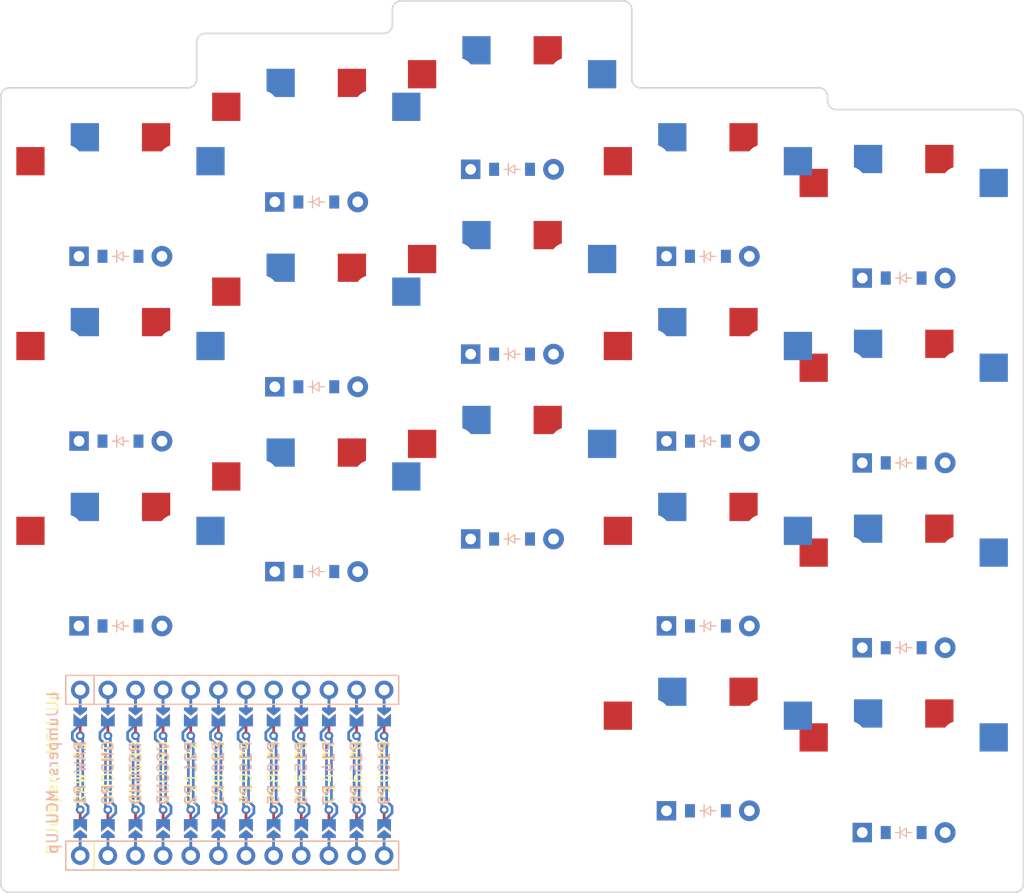
<source format=kicad_pcb>
(kicad_pcb (version 20171130) (host pcbnew 5.1.6)
  (title_block (title "board") (rev "v1.0.0") (company "Unknown"))
  (layers (0 F.Cu signal) (31 B.Cu signal) (34 B.Paste user) (35 F.Paste user) (36 B.SilkS user) (37 F.SilkS user) (38 B.Mask user) (39 F.Mask user) (44 Edge.Cuts user))
  (net 0 "")
  (net 1 "P006")
  (net 2 "pinky_bottom")
  (net 3 "pinky_home")
  (net 4 "pinky_top")
  (net 5 "P008")
  (net 6 "ring_bottom")
  (net 7 "ring_home")
  (net 8 "ring_top")
  (net 9 "P017")
  (net 10 "middle_bottom")
  (net 11 "middle_home")
  (net 12 "middle_top")
  (net 13 "P020")
  (net 14 "index_thumb")
  (net 15 "index_bottom")
  (net 16 "index_home")
  (net 17 "index_top")
  (net 18 "P022")
  (net 19 "inner_thumb")
  (net 20 "inner_bottom")
  (net 21 "inner_home")
  (net 22 "inner_top")
  (net 23 "P100")
  (net 24 "P011")
  (net 25 "P104")
  (net 26 "P024")
  (net 27 "RAW")
  (net 28 "GND")
  (net 29 "RST")
  (net 30 "VCC")
  (net 31 "P21")
  (net 32 "P20")
  (net 33 "P19")
  (net 34 "P18")
  (net 35 "P15")
  (net 36 "P14")
  (net 37 "P16")
  (net 38 "P10")
  (net 39 "P1")
  (net 40 "P0")
  (net 41 "P2")
  (net 42 "P3")
  (net 43 "P4")
  (net 44 "P5")
  (net 45 "P6")
  (net 46 "P7")
  (net 47 "P8")
  (net 48 "P9")
  (net 49 "P101")
  (net 50 "P102")
  (net 51 "P107")
  (net 52 "MCU1_24")
  (net 53 "MCU1_1")
  (net 54 "MCU1_23")
  (net 55 "MCU1_2")
  (net 56 "MCU1_22")
  (net 57 "MCU1_3")
  (net 58 "MCU1_21")
  (net 59 "MCU1_4")
  (net 60 "MCU1_20")
  (net 61 "MCU1_5")
  (net 62 "MCU1_19")
  (net 63 "MCU1_6")
  (net 64 "MCU1_18")
  (net 65 "MCU1_7")
  (net 66 "MCU1_17")
  (net 67 "MCU1_8")
  (net 68 "MCU1_16")
  (net 69 "MCU1_9")
  (net 70 "MCU1_15")
  (net 71 "MCU1_10")
  (net 72 "MCU1_14")
  (net 73 "MCU1_11")
  (net 74 "MCU1_13")
  (net 75 "MCU1_12")
  (module PG1350 (layer F.Cu) (at 175 158 0)
    (fp_text reference "S1" hide)
    (fp_text value "" hide)
    (pad "" np_thru_hole circle (at 0 0) (size 3.429 3.429) (drill 3.429) (layers *.Cu *.Mask))
    (pad "" np_thru_hole circle (at 5.5 0) (size 1.7018 1.7018) (drill 1.7018) (layers *.Cu *.Mask))
    (pad "" np_thru_hole circle (at -5.5 0) (size 1.7018 1.7018) (drill 1.7018) (layers *.Cu *.Mask))
    (pad "" np_thru_hole circle (at 5 -3.75) (size 3 3) (drill 3) (layers *.Cu *.Mask))
    (pad "" np_thru_hole circle (at 0 -5.95) (size 3 3) (drill 3) (layers *.Cu *.Mask))
    (pad 1 smd rect (at -3.275 -5.95 0) (size 2.6 2.6) (layers B.Cu B.Paste B.Mask) (net 1 "P006"))
    (pad 2 smd rect (at 8.275 -3.75 0) (size 2.6 2.6) (layers B.Cu B.Paste B.Mask) (net 2 "pinky_bottom"))
    (pad "" np_thru_hole circle (at -5 -3.75) (size 3 3) (drill 3) (layers *.Cu *.Mask))
    (pad "" np_thru_hole circle (at 0 -5.95) (size 3 3) (drill 3) (layers *.Cu *.Mask))
    (pad 1 smd rect (at 3.275 -5.95 0) (size 2.6 2.6) (layers F.Cu F.Paste F.Mask) (net 1 "P006"))
    (pad 2 smd rect (at -8.275 -3.75 0) (size 2.6 2.6) (layers F.Cu F.Paste F.Mask) (net 2 "pinky_bottom"))
  )
  (module PG1350 (layer F.Cu) (at 175 141 0)
    (fp_text reference "S2" hide)
    (fp_text value "" hide)
    (pad "" np_thru_hole circle (at 0 0) (size 3.429 3.429) (drill 3.429) (layers *.Cu *.Mask))
    (pad "" np_thru_hole circle (at 5.5 0) (size 1.7018 1.7018) (drill 1.7018) (layers *.Cu *.Mask))
    (pad "" np_thru_hole circle (at -5.5 0) (size 1.7018 1.7018) (drill 1.7018) (layers *.Cu *.Mask))
    (pad "" np_thru_hole circle (at 5 -3.75) (size 3 3) (drill 3) (layers *.Cu *.Mask))
    (pad "" np_thru_hole circle (at 0 -5.95) (size 3 3) (drill 3) (layers *.Cu *.Mask))
    (pad 1 smd rect (at -3.275 -5.95 0) (size 2.6 2.6) (layers B.Cu B.Paste B.Mask) (net 1 "P006"))
    (pad 2 smd rect (at 8.275 -3.75 0) (size 2.6 2.6) (layers B.Cu B.Paste B.Mask) (net 3 "pinky_home"))
    (pad "" np_thru_hole circle (at -5 -3.75) (size 3 3) (drill 3) (layers *.Cu *.Mask))
    (pad "" np_thru_hole circle (at 0 -5.95) (size 3 3) (drill 3) (layers *.Cu *.Mask))
    (pad 1 smd rect (at 3.275 -5.95 0) (size 2.6 2.6) (layers F.Cu F.Paste F.Mask) (net 1 "P006"))
    (pad 2 smd rect (at -8.275 -3.75 0) (size 2.6 2.6) (layers F.Cu F.Paste F.Mask) (net 3 "pinky_home"))
  )
  (module PG1350 (layer F.Cu) (at 175 124 0)
    (fp_text reference "S3" hide)
    (fp_text value "" hide)
    (pad "" np_thru_hole circle (at 0 0) (size 3.429 3.429) (drill 3.429) (layers *.Cu *.Mask))
    (pad "" np_thru_hole circle (at 5.5 0) (size 1.7018 1.7018) (drill 1.7018) (layers *.Cu *.Mask))
    (pad "" np_thru_hole circle (at -5.5 0) (size 1.7018 1.7018) (drill 1.7018) (layers *.Cu *.Mask))
    (pad "" np_thru_hole circle (at 5 -3.75) (size 3 3) (drill 3) (layers *.Cu *.Mask))
    (pad "" np_thru_hole circle (at 0 -5.95) (size 3 3) (drill 3) (layers *.Cu *.Mask))
    (pad 1 smd rect (at -3.275 -5.95 0) (size 2.6 2.6) (layers B.Cu B.Paste B.Mask) (net 1 "P006"))
    (pad 2 smd rect (at 8.275 -3.75 0) (size 2.6 2.6) (layers B.Cu B.Paste B.Mask) (net 4 "pinky_top"))
    (pad "" np_thru_hole circle (at -5 -3.75) (size 3 3) (drill 3) (layers *.Cu *.Mask))
    (pad "" np_thru_hole circle (at 0 -5.95) (size 3 3) (drill 3) (layers *.Cu *.Mask))
    (pad 1 smd rect (at 3.275 -5.95 0) (size 2.6 2.6) (layers F.Cu F.Paste F.Mask) (net 1 "P006"))
    (pad 2 smd rect (at -8.275 -3.75 0) (size 2.6 2.6) (layers F.Cu F.Paste F.Mask) (net 4 "pinky_top"))
  )
  (module PG1350 (layer F.Cu) (at 193 153 0)
    (fp_text reference "S4" hide)
    (fp_text value "" hide)
    (pad "" np_thru_hole circle (at 0 0) (size 3.429 3.429) (drill 3.429) (layers *.Cu *.Mask))
    (pad "" np_thru_hole circle (at 5.5 0) (size 1.7018 1.7018) (drill 1.7018) (layers *.Cu *.Mask))
    (pad "" np_thru_hole circle (at -5.5 0) (size 1.7018 1.7018) (drill 1.7018) (layers *.Cu *.Mask))
    (pad "" np_thru_hole circle (at 5 -3.75) (size 3 3) (drill 3) (layers *.Cu *.Mask))
    (pad "" np_thru_hole circle (at 0 -5.95) (size 3 3) (drill 3) (layers *.Cu *.Mask))
    (pad 1 smd rect (at -3.275 -5.95 0) (size 2.6 2.6) (layers B.Cu B.Paste B.Mask) (net 5 "P008"))
    (pad 2 smd rect (at 8.275 -3.75 0) (size 2.6 2.6) (layers B.Cu B.Paste B.Mask) (net 6 "ring_bottom"))
    (pad "" np_thru_hole circle (at -5 -3.75) (size 3 3) (drill 3) (layers *.Cu *.Mask))
    (pad "" np_thru_hole circle (at 0 -5.95) (size 3 3) (drill 3) (layers *.Cu *.Mask))
    (pad 1 smd rect (at 3.275 -5.95 0) (size 2.6 2.6) (layers F.Cu F.Paste F.Mask) (net 5 "P008"))
    (pad 2 smd rect (at -8.275 -3.75 0) (size 2.6 2.6) (layers F.Cu F.Paste F.Mask) (net 6 "ring_bottom"))
  )
  (module PG1350 (layer F.Cu) (at 193 136 0)
    (fp_text reference "S5" hide)
    (fp_text value "" hide)
    (pad "" np_thru_hole circle (at 0 0) (size 3.429 3.429) (drill 3.429) (layers *.Cu *.Mask))
    (pad "" np_thru_hole circle (at 5.5 0) (size 1.7018 1.7018) (drill 1.7018) (layers *.Cu *.Mask))
    (pad "" np_thru_hole circle (at -5.5 0) (size 1.7018 1.7018) (drill 1.7018) (layers *.Cu *.Mask))
    (pad "" np_thru_hole circle (at 5 -3.75) (size 3 3) (drill 3) (layers *.Cu *.Mask))
    (pad "" np_thru_hole circle (at 0 -5.95) (size 3 3) (drill 3) (layers *.Cu *.Mask))
    (pad 1 smd rect (at -3.275 -5.95 0) (size 2.6 2.6) (layers B.Cu B.Paste B.Mask) (net 5 "P008"))
    (pad 2 smd rect (at 8.275 -3.75 0) (size 2.6 2.6) (layers B.Cu B.Paste B.Mask) (net 7 "ring_home"))
    (pad "" np_thru_hole circle (at -5 -3.75) (size 3 3) (drill 3) (layers *.Cu *.Mask))
    (pad "" np_thru_hole circle (at 0 -5.95) (size 3 3) (drill 3) (layers *.Cu *.Mask))
    (pad 1 smd rect (at 3.275 -5.95 0) (size 2.6 2.6) (layers F.Cu F.Paste F.Mask) (net 5 "P008"))
    (pad 2 smd rect (at -8.275 -3.75 0) (size 2.6 2.6) (layers F.Cu F.Paste F.Mask) (net 7 "ring_home"))
  )
  (module PG1350 (layer F.Cu) (at 193 119 0)
    (fp_text reference "S6" hide)
    (fp_text value "" hide)
    (pad "" np_thru_hole circle (at 0 0) (size 3.429 3.429) (drill 3.429) (layers *.Cu *.Mask))
    (pad "" np_thru_hole circle (at 5.5 0) (size 1.7018 1.7018) (drill 1.7018) (layers *.Cu *.Mask))
    (pad "" np_thru_hole circle (at -5.5 0) (size 1.7018 1.7018) (drill 1.7018) (layers *.Cu *.Mask))
    (pad "" np_thru_hole circle (at 5 -3.75) (size 3 3) (drill 3) (layers *.Cu *.Mask))
    (pad "" np_thru_hole circle (at 0 -5.95) (size 3 3) (drill 3) (layers *.Cu *.Mask))
    (pad 1 smd rect (at -3.275 -5.95 0) (size 2.6 2.6) (layers B.Cu B.Paste B.Mask) (net 5 "P008"))
    (pad 2 smd rect (at 8.275 -3.75 0) (size 2.6 2.6) (layers B.Cu B.Paste B.Mask) (net 8 "ring_top"))
    (pad "" np_thru_hole circle (at -5 -3.75) (size 3 3) (drill 3) (layers *.Cu *.Mask))
    (pad "" np_thru_hole circle (at 0 -5.95) (size 3 3) (drill 3) (layers *.Cu *.Mask))
    (pad 1 smd rect (at 3.275 -5.95 0) (size 2.6 2.6) (layers F.Cu F.Paste F.Mask) (net 5 "P008"))
    (pad 2 smd rect (at -8.275 -3.75 0) (size 2.6 2.6) (layers F.Cu F.Paste F.Mask) (net 8 "ring_top"))
  )
  (module PG1350 (layer F.Cu) (at 211 150 0)
    (fp_text reference "S7" hide)
    (fp_text value "" hide)
    (pad "" np_thru_hole circle (at 0 0) (size 3.429 3.429) (drill 3.429) (layers *.Cu *.Mask))
    (pad "" np_thru_hole circle (at 5.5 0) (size 1.7018 1.7018) (drill 1.7018) (layers *.Cu *.Mask))
    (pad "" np_thru_hole circle (at -5.5 0) (size 1.7018 1.7018) (drill 1.7018) (layers *.Cu *.Mask))
    (pad "" np_thru_hole circle (at 5 -3.75) (size 3 3) (drill 3) (layers *.Cu *.Mask))
    (pad "" np_thru_hole circle (at 0 -5.95) (size 3 3) (drill 3) (layers *.Cu *.Mask))
    (pad 1 smd rect (at -3.275 -5.95 0) (size 2.6 2.6) (layers B.Cu B.Paste B.Mask) (net 9 "P017"))
    (pad 2 smd rect (at 8.275 -3.75 0) (size 2.6 2.6) (layers B.Cu B.Paste B.Mask) (net 10 "middle_bottom"))
    (pad "" np_thru_hole circle (at -5 -3.75) (size 3 3) (drill 3) (layers *.Cu *.Mask))
    (pad "" np_thru_hole circle (at 0 -5.95) (size 3 3) (drill 3) (layers *.Cu *.Mask))
    (pad 1 smd rect (at 3.275 -5.95 0) (size 2.6 2.6) (layers F.Cu F.Paste F.Mask) (net 9 "P017"))
    (pad 2 smd rect (at -8.275 -3.75 0) (size 2.6 2.6) (layers F.Cu F.Paste F.Mask) (net 10 "middle_bottom"))
  )
  (module PG1350 (layer F.Cu) (at 211 133 0)
    (fp_text reference "S8" hide)
    (fp_text value "" hide)
    (pad "" np_thru_hole circle (at 0 0) (size 3.429 3.429) (drill 3.429) (layers *.Cu *.Mask))
    (pad "" np_thru_hole circle (at 5.5 0) (size 1.7018 1.7018) (drill 1.7018) (layers *.Cu *.Mask))
    (pad "" np_thru_hole circle (at -5.5 0) (size 1.7018 1.7018) (drill 1.7018) (layers *.Cu *.Mask))
    (pad "" np_thru_hole circle (at 5 -3.75) (size 3 3) (drill 3) (layers *.Cu *.Mask))
    (pad "" np_thru_hole circle (at 0 -5.95) (size 3 3) (drill 3) (layers *.Cu *.Mask))
    (pad 1 smd rect (at -3.275 -5.95 0) (size 2.6 2.6) (layers B.Cu B.Paste B.Mask) (net 9 "P017"))
    (pad 2 smd rect (at 8.275 -3.75 0) (size 2.6 2.6) (layers B.Cu B.Paste B.Mask) (net 11 "middle_home"))
    (pad "" np_thru_hole circle (at -5 -3.75) (size 3 3) (drill 3) (layers *.Cu *.Mask))
    (pad "" np_thru_hole circle (at 0 -5.95) (size 3 3) (drill 3) (layers *.Cu *.Mask))
    (pad 1 smd rect (at 3.275 -5.95 0) (size 2.6 2.6) (layers F.Cu F.Paste F.Mask) (net 9 "P017"))
    (pad 2 smd rect (at -8.275 -3.75 0) (size 2.6 2.6) (layers F.Cu F.Paste F.Mask) (net 11 "middle_home"))
  )
  (module PG1350 (layer F.Cu) (at 211 116 0)
    (fp_text reference "S9" hide)
    (fp_text value "" hide)
    (pad "" np_thru_hole circle (at 0 0) (size 3.429 3.429) (drill 3.429) (layers *.Cu *.Mask))
    (pad "" np_thru_hole circle (at 5.5 0) (size 1.7018 1.7018) (drill 1.7018) (layers *.Cu *.Mask))
    (pad "" np_thru_hole circle (at -5.5 0) (size 1.7018 1.7018) (drill 1.7018) (layers *.Cu *.Mask))
    (pad "" np_thru_hole circle (at 5 -3.75) (size 3 3) (drill 3) (layers *.Cu *.Mask))
    (pad "" np_thru_hole circle (at 0 -5.95) (size 3 3) (drill 3) (layers *.Cu *.Mask))
    (pad 1 smd rect (at -3.275 -5.95 0) (size 2.6 2.6) (layers B.Cu B.Paste B.Mask) (net 9 "P017"))
    (pad 2 smd rect (at 8.275 -3.75 0) (size 2.6 2.6) (layers B.Cu B.Paste B.Mask) (net 12 "middle_top"))
    (pad "" np_thru_hole circle (at -5 -3.75) (size 3 3) (drill 3) (layers *.Cu *.Mask))
    (pad "" np_thru_hole circle (at 0 -5.95) (size 3 3) (drill 3) (layers *.Cu *.Mask))
    (pad 1 smd rect (at 3.275 -5.95 0) (size 2.6 2.6) (layers F.Cu F.Paste F.Mask) (net 9 "P017"))
    (pad 2 smd rect (at -8.275 -3.75 0) (size 2.6 2.6) (layers F.Cu F.Paste F.Mask) (net 12 "middle_top"))
  )
  (module PG1350 (layer F.Cu) (at 229 175 0)
    (fp_text reference "S10" hide)
    (fp_text value "" hide)
    (pad "" np_thru_hole circle (at 0 0) (size 3.429 3.429) (drill 3.429) (layers *.Cu *.Mask))
    (pad "" np_thru_hole circle (at 5.5 0) (size 1.7018 1.7018) (drill 1.7018) (layers *.Cu *.Mask))
    (pad "" np_thru_hole circle (at -5.5 0) (size 1.7018 1.7018) (drill 1.7018) (layers *.Cu *.Mask))
    (pad "" np_thru_hole circle (at 5 -3.75) (size 3 3) (drill 3) (layers *.Cu *.Mask))
    (pad "" np_thru_hole circle (at 0 -5.95) (size 3 3) (drill 3) (layers *.Cu *.Mask))
    (pad 1 smd rect (at -3.275 -5.95 0) (size 2.6 2.6) (layers B.Cu B.Paste B.Mask) (net 13 "P020"))
    (pad 2 smd rect (at 8.275 -3.75 0) (size 2.6 2.6) (layers B.Cu B.Paste B.Mask) (net 14 "index_thumb"))
    (pad "" np_thru_hole circle (at -5 -3.75) (size 3 3) (drill 3) (layers *.Cu *.Mask))
    (pad "" np_thru_hole circle (at 0 -5.95) (size 3 3) (drill 3) (layers *.Cu *.Mask))
    (pad 1 smd rect (at 3.275 -5.95 0) (size 2.6 2.6) (layers F.Cu F.Paste F.Mask) (net 13 "P020"))
    (pad 2 smd rect (at -8.275 -3.75 0) (size 2.6 2.6) (layers F.Cu F.Paste F.Mask) (net 14 "index_thumb"))
  )
  (module PG1350 (layer F.Cu) (at 229 158 0)
    (fp_text reference "S11" hide)
    (fp_text value "" hide)
    (pad "" np_thru_hole circle (at 0 0) (size 3.429 3.429) (drill 3.429) (layers *.Cu *.Mask))
    (pad "" np_thru_hole circle (at 5.5 0) (size 1.7018 1.7018) (drill 1.7018) (layers *.Cu *.Mask))
    (pad "" np_thru_hole circle (at -5.5 0) (size 1.7018 1.7018) (drill 1.7018) (layers *.Cu *.Mask))
    (pad "" np_thru_hole circle (at 5 -3.75) (size 3 3) (drill 3) (layers *.Cu *.Mask))
    (pad "" np_thru_hole circle (at 0 -5.95) (size 3 3) (drill 3) (layers *.Cu *.Mask))
    (pad 1 smd rect (at -3.275 -5.95 0) (size 2.6 2.6) (layers B.Cu B.Paste B.Mask) (net 13 "P020"))
    (pad 2 smd rect (at 8.275 -3.75 0) (size 2.6 2.6) (layers B.Cu B.Paste B.Mask) (net 15 "index_bottom"))
    (pad "" np_thru_hole circle (at -5 -3.75) (size 3 3) (drill 3) (layers *.Cu *.Mask))
    (pad "" np_thru_hole circle (at 0 -5.95) (size 3 3) (drill 3) (layers *.Cu *.Mask))
    (pad 1 smd rect (at 3.275 -5.95 0) (size 2.6 2.6) (layers F.Cu F.Paste F.Mask) (net 13 "P020"))
    (pad 2 smd rect (at -8.275 -3.75 0) (size 2.6 2.6) (layers F.Cu F.Paste F.Mask) (net 15 "index_bottom"))
  )
  (module PG1350 (layer F.Cu) (at 229 141 0)
    (fp_text reference "S12" hide)
    (fp_text value "" hide)
    (pad "" np_thru_hole circle (at 0 0) (size 3.429 3.429) (drill 3.429) (layers *.Cu *.Mask))
    (pad "" np_thru_hole circle (at 5.5 0) (size 1.7018 1.7018) (drill 1.7018) (layers *.Cu *.Mask))
    (pad "" np_thru_hole circle (at -5.5 0) (size 1.7018 1.7018) (drill 1.7018) (layers *.Cu *.Mask))
    (pad "" np_thru_hole circle (at 5 -3.75) (size 3 3) (drill 3) (layers *.Cu *.Mask))
    (pad "" np_thru_hole circle (at 0 -5.95) (size 3 3) (drill 3) (layers *.Cu *.Mask))
    (pad 1 smd rect (at -3.275 -5.95 0) (size 2.6 2.6) (layers B.Cu B.Paste B.Mask) (net 13 "P020"))
    (pad 2 smd rect (at 8.275 -3.75 0) (size 2.6 2.6) (layers B.Cu B.Paste B.Mask) (net 16 "index_home"))
    (pad "" np_thru_hole circle (at -5 -3.75) (size 3 3) (drill 3) (layers *.Cu *.Mask))
    (pad "" np_thru_hole circle (at 0 -5.95) (size 3 3) (drill 3) (layers *.Cu *.Mask))
    (pad 1 smd rect (at 3.275 -5.95 0) (size 2.6 2.6) (layers F.Cu F.Paste F.Mask) (net 13 "P020"))
    (pad 2 smd rect (at -8.275 -3.75 0) (size 2.6 2.6) (layers F.Cu F.Paste F.Mask) (net 16 "index_home"))
  )
  (module PG1350 (layer F.Cu) (at 229 124 0)
    (fp_text reference "S13" hide)
    (fp_text value "" hide)
    (pad "" np_thru_hole circle (at 0 0) (size 3.429 3.429) (drill 3.429) (layers *.Cu *.Mask))
    (pad "" np_thru_hole circle (at 5.5 0) (size 1.7018 1.7018) (drill 1.7018) (layers *.Cu *.Mask))
    (pad "" np_thru_hole circle (at -5.5 0) (size 1.7018 1.7018) (drill 1.7018) (layers *.Cu *.Mask))
    (pad "" np_thru_hole circle (at 5 -3.75) (size 3 3) (drill 3) (layers *.Cu *.Mask))
    (pad "" np_thru_hole circle (at 0 -5.95) (size 3 3) (drill 3) (layers *.Cu *.Mask))
    (pad 1 smd rect (at -3.275 -5.95 0) (size 2.6 2.6) (layers B.Cu B.Paste B.Mask) (net 13 "P020"))
    (pad 2 smd rect (at 8.275 -3.75 0) (size 2.6 2.6) (layers B.Cu B.Paste B.Mask) (net 17 "index_top"))
    (pad "" np_thru_hole circle (at -5 -3.75) (size 3 3) (drill 3) (layers *.Cu *.Mask))
    (pad "" np_thru_hole circle (at 0 -5.95) (size 3 3) (drill 3) (layers *.Cu *.Mask))
    (pad 1 smd rect (at 3.275 -5.95 0) (size 2.6 2.6) (layers F.Cu F.Paste F.Mask) (net 13 "P020"))
    (pad 2 smd rect (at -8.275 -3.75 0) (size 2.6 2.6) (layers F.Cu F.Paste F.Mask) (net 17 "index_top"))
  )
  (module PG1350 (layer F.Cu) (at 247 177 0)
    (fp_text reference "S14" hide)
    (fp_text value "" hide)
    (pad "" np_thru_hole circle (at 0 0) (size 3.429 3.429) (drill 3.429) (layers *.Cu *.Mask))
    (pad "" np_thru_hole circle (at 5.5 0) (size 1.7018 1.7018) (drill 1.7018) (layers *.Cu *.Mask))
    (pad "" np_thru_hole circle (at -5.5 0) (size 1.7018 1.7018) (drill 1.7018) (layers *.Cu *.Mask))
    (pad "" np_thru_hole circle (at 5 -3.75) (size 3 3) (drill 3) (layers *.Cu *.Mask))
    (pad "" np_thru_hole circle (at 0 -5.95) (size 3 3) (drill 3) (layers *.Cu *.Mask))
    (pad 1 smd rect (at -3.275 -5.95 0) (size 2.6 2.6) (layers B.Cu B.Paste B.Mask) (net 18 "P022"))
    (pad 2 smd rect (at 8.275 -3.75 0) (size 2.6 2.6) (layers B.Cu B.Paste B.Mask) (net 19 "inner_thumb"))
    (pad "" np_thru_hole circle (at -5 -3.75) (size 3 3) (drill 3) (layers *.Cu *.Mask))
    (pad "" np_thru_hole circle (at 0 -5.95) (size 3 3) (drill 3) (layers *.Cu *.Mask))
    (pad 1 smd rect (at 3.275 -5.95 0) (size 2.6 2.6) (layers F.Cu F.Paste F.Mask) (net 18 "P022"))
    (pad 2 smd rect (at -8.275 -3.75 0) (size 2.6 2.6) (layers F.Cu F.Paste F.Mask) (net 19 "inner_thumb"))
  )
  (module PG1350 (layer F.Cu) (at 247 160 0)
    (fp_text reference "S15" hide)
    (fp_text value "" hide)
    (pad "" np_thru_hole circle (at 0 0) (size 3.429 3.429) (drill 3.429) (layers *.Cu *.Mask))
    (pad "" np_thru_hole circle (at 5.5 0) (size 1.7018 1.7018) (drill 1.7018) (layers *.Cu *.Mask))
    (pad "" np_thru_hole circle (at -5.5 0) (size 1.7018 1.7018) (drill 1.7018) (layers *.Cu *.Mask))
    (pad "" np_thru_hole circle (at 5 -3.75) (size 3 3) (drill 3) (layers *.Cu *.Mask))
    (pad "" np_thru_hole circle (at 0 -5.95) (size 3 3) (drill 3) (layers *.Cu *.Mask))
    (pad 1 smd rect (at -3.275 -5.95 0) (size 2.6 2.6) (layers B.Cu B.Paste B.Mask) (net 18 "P022"))
    (pad 2 smd rect (at 8.275 -3.75 0) (size 2.6 2.6) (layers B.Cu B.Paste B.Mask) (net 20 "inner_bottom"))
    (pad "" np_thru_hole circle (at -5 -3.75) (size 3 3) (drill 3) (layers *.Cu *.Mask))
    (pad "" np_thru_hole circle (at 0 -5.95) (size 3 3) (drill 3) (layers *.Cu *.Mask))
    (pad 1 smd rect (at 3.275 -5.95 0) (size 2.6 2.6) (layers F.Cu F.Paste F.Mask) (net 18 "P022"))
    (pad 2 smd rect (at -8.275 -3.75 0) (size 2.6 2.6) (layers F.Cu F.Paste F.Mask) (net 20 "inner_bottom"))
  )
  (module PG1350 (layer F.Cu) (at 247 143 0)
    (fp_text reference "S16" hide)
    (fp_text value "" hide)
    (pad "" np_thru_hole circle (at 0 0) (size 3.429 3.429) (drill 3.429) (layers *.Cu *.Mask))
    (pad "" np_thru_hole circle (at 5.5 0) (size 1.7018 1.7018) (drill 1.7018) (layers *.Cu *.Mask))
    (pad "" np_thru_hole circle (at -5.5 0) (size 1.7018 1.7018) (drill 1.7018) (layers *.Cu *.Mask))
    (pad "" np_thru_hole circle (at 5 -3.75) (size 3 3) (drill 3) (layers *.Cu *.Mask))
    (pad "" np_thru_hole circle (at 0 -5.95) (size 3 3) (drill 3) (layers *.Cu *.Mask))
    (pad 1 smd rect (at -3.275 -5.95 0) (size 2.6 2.6) (layers B.Cu B.Paste B.Mask) (net 18 "P022"))
    (pad 2 smd rect (at 8.275 -3.75 0) (size 2.6 2.6) (layers B.Cu B.Paste B.Mask) (net 21 "inner_home"))
    (pad "" np_thru_hole circle (at -5 -3.75) (size 3 3) (drill 3) (layers *.Cu *.Mask))
    (pad "" np_thru_hole circle (at 0 -5.95) (size 3 3) (drill 3) (layers *.Cu *.Mask))
    (pad 1 smd rect (at 3.275 -5.95 0) (size 2.6 2.6) (layers F.Cu F.Paste F.Mask) (net 18 "P022"))
    (pad 2 smd rect (at -8.275 -3.75 0) (size 2.6 2.6) (layers F.Cu F.Paste F.Mask) (net 21 "inner_home"))
  )
  (module PG1350 (layer F.Cu) (at 247 126 0)
    (fp_text reference "S17" hide)
    (fp_text value "" hide)
    (pad "" np_thru_hole circle (at 0 0) (size 3.429 3.429) (drill 3.429) (layers *.Cu *.Mask))
    (pad "" np_thru_hole circle (at 5.5 0) (size 1.7018 1.7018) (drill 1.7018) (layers *.Cu *.Mask))
    (pad "" np_thru_hole circle (at -5.5 0) (size 1.7018 1.7018) (drill 1.7018) (layers *.Cu *.Mask))
    (pad "" np_thru_hole circle (at 5 -3.75) (size 3 3) (drill 3) (layers *.Cu *.Mask))
    (pad "" np_thru_hole circle (at 0 -5.95) (size 3 3) (drill 3) (layers *.Cu *.Mask))
    (pad 1 smd rect (at -3.275 -5.95 0) (size 2.6 2.6) (layers B.Cu B.Paste B.Mask) (net 18 "P022"))
    (pad 2 smd rect (at 8.275 -3.75 0) (size 2.6 2.6) (layers B.Cu B.Paste B.Mask) (net 22 "inner_top"))
    (pad "" np_thru_hole circle (at -5 -3.75) (size 3 3) (drill 3) (layers *.Cu *.Mask))
    (pad "" np_thru_hole circle (at 0 -5.95) (size 3 3) (drill 3) (layers *.Cu *.Mask))
    (pad 1 smd rect (at 3.275 -5.95 0) (size 2.6 2.6) (layers F.Cu F.Paste F.Mask) (net 18 "P022"))
    (pad 2 smd rect (at -8.275 -3.75 0) (size 2.6 2.6) (layers F.Cu F.Paste F.Mask) (net 22 "inner_top"))
  )
  (module ComboDiode (layer F.Cu) (at 175 163 0)
    (fp_text reference "D1" hide)
    (fp_text value "" hide)
    (pad 1 smd rect (at -1.65 0 0) (size 0.9 1.2) (layers F.Cu F.Paste F.Mask) (net 23 "P100"))
    (pad 2 smd rect (at 1.65 0 0) (size 0.9 1.2) (layers B.Cu B.Paste B.Mask) (net 2 "pinky_bottom"))
    (pad 1 smd rect (at -1.65 0 0) (size 0.9 1.2) (layers B.Cu B.Paste B.Mask) (net 23 "P100"))
    (pad 2 smd rect (at 1.65 0 0) (size 0.9 1.2) (layers F.Cu F.Paste F.Mask) (net 2 "pinky_bottom"))
    (pad 1 thru_hole rect (at -3.81 0 0) (size 1.778 1.778) (drill 0.9906) (layers *.Cu *.Mask) (net 23 "P100"))
    (pad 2 thru_hole circle (at 3.81 0 0) (size 1.905 1.905) (drill 0.9906) (layers *.Cu *.Mask) (net 2 "pinky_bottom"))
  )
  (module ComboDiode (layer F.Cu) (at 175 146 0)
    (fp_text reference "D2" hide)
    (fp_text value "" hide)
    (pad 1 smd rect (at -1.65 0 0) (size 0.9 1.2) (layers F.Cu F.Paste F.Mask) (net 24 "P011"))
    (pad 2 smd rect (at 1.65 0 0) (size 0.9 1.2) (layers B.Cu B.Paste B.Mask) (net 3 "pinky_home"))
    (pad 1 smd rect (at -1.65 0 0) (size 0.9 1.2) (layers B.Cu B.Paste B.Mask) (net 24 "P011"))
    (pad 2 smd rect (at 1.65 0 0) (size 0.9 1.2) (layers F.Cu F.Paste F.Mask) (net 3 "pinky_home"))
    (pad 1 thru_hole rect (at -3.81 0 0) (size 1.778 1.778) (drill 0.9906) (layers *.Cu *.Mask) (net 24 "P011"))
    (pad 2 thru_hole circle (at 3.81 0 0) (size 1.905 1.905) (drill 0.9906) (layers *.Cu *.Mask) (net 3 "pinky_home"))
  )
  (module ComboDiode (layer F.Cu) (at 175 129 0)
    (fp_text reference "D3" hide)
    (fp_text value "" hide)
    (pad 1 smd rect (at -1.65 0 0) (size 0.9 1.2) (layers F.Cu F.Paste F.Mask) (net 25 "P104"))
    (pad 2 smd rect (at 1.65 0 0) (size 0.9 1.2) (layers B.Cu B.Paste B.Mask) (net 4 "pinky_top"))
    (pad 1 smd rect (at -1.65 0 0) (size 0.9 1.2) (layers B.Cu B.Paste B.Mask) (net 25 "P104"))
    (pad 2 smd rect (at 1.65 0 0) (size 0.9 1.2) (layers F.Cu F.Paste F.Mask) (net 4 "pinky_top"))
    (pad 1 thru_hole rect (at -3.81 0 0) (size 1.778 1.778) (drill 0.9906) (layers *.Cu *.Mask) (net 25 "P104"))
    (pad 2 thru_hole circle (at 3.81 0 0) (size 1.905 1.905) (drill 0.9906) (layers *.Cu *.Mask) (net 4 "pinky_top"))
  )
  (module ComboDiode (layer F.Cu) (at 193 158 0)
    (fp_text reference "D4" hide)
    (fp_text value "" hide)
    (pad 1 smd rect (at -1.65 0 0) (size 0.9 1.2) (layers F.Cu F.Paste F.Mask) (net 23 "P100"))
    (pad 2 smd rect (at 1.65 0 0) (size 0.9 1.2) (layers B.Cu B.Paste B.Mask) (net 6 "ring_bottom"))
    (pad 1 smd rect (at -1.65 0 0) (size 0.9 1.2) (layers B.Cu B.Paste B.Mask) (net 23 "P100"))
    (pad 2 smd rect (at 1.65 0 0) (size 0.9 1.2) (layers F.Cu F.Paste F.Mask) (net 6 "ring_bottom"))
    (pad 1 thru_hole rect (at -3.81 0 0) (size 1.778 1.778) (drill 0.9906) (layers *.Cu *.Mask) (net 23 "P100"))
    (pad 2 thru_hole circle (at 3.81 0 0) (size 1.905 1.905) (drill 0.9906) (layers *.Cu *.Mask) (net 6 "ring_bottom"))
  )
  (module ComboDiode (layer F.Cu) (at 193 141 0)
    (fp_text reference "D5" hide)
    (fp_text value "" hide)
    (pad 1 smd rect (at -1.65 0 0) (size 0.9 1.2) (layers F.Cu F.Paste F.Mask) (net 24 "P011"))
    (pad 2 smd rect (at 1.65 0 0) (size 0.9 1.2) (layers B.Cu B.Paste B.Mask) (net 7 "ring_home"))
    (pad 1 smd rect (at -1.65 0 0) (size 0.9 1.2) (layers B.Cu B.Paste B.Mask) (net 24 "P011"))
    (pad 2 smd rect (at 1.65 0 0) (size 0.9 1.2) (layers F.Cu F.Paste F.Mask) (net 7 "ring_home"))
    (pad 1 thru_hole rect (at -3.81 0 0) (size 1.778 1.778) (drill 0.9906) (layers *.Cu *.Mask) (net 24 "P011"))
    (pad 2 thru_hole circle (at 3.81 0 0) (size 1.905 1.905) (drill 0.9906) (layers *.Cu *.Mask) (net 7 "ring_home"))
  )
  (module ComboDiode (layer F.Cu) (at 193 124 0)
    (fp_text reference "D6" hide)
    (fp_text value "" hide)
    (pad 1 smd rect (at -1.65 0 0) (size 0.9 1.2) (layers F.Cu F.Paste F.Mask) (net 25 "P104"))
    (pad 2 smd rect (at 1.65 0 0) (size 0.9 1.2) (layers B.Cu B.Paste B.Mask) (net 8 "ring_top"))
    (pad 1 smd rect (at -1.65 0 0) (size 0.9 1.2) (layers B.Cu B.Paste B.Mask) (net 25 "P104"))
    (pad 2 smd rect (at 1.65 0 0) (size 0.9 1.2) (layers F.Cu F.Paste F.Mask) (net 8 "ring_top"))
    (pad 1 thru_hole rect (at -3.81 0 0) (size 1.778 1.778) (drill 0.9906) (layers *.Cu *.Mask) (net 25 "P104"))
    (pad 2 thru_hole circle (at 3.81 0 0) (size 1.905 1.905) (drill 0.9906) (layers *.Cu *.Mask) (net 8 "ring_top"))
  )
  (module ComboDiode (layer F.Cu) (at 211 155 0)
    (fp_text reference "D7" hide)
    (fp_text value "" hide)
    (pad 1 smd rect (at -1.65 0 0) (size 0.9 1.2) (layers F.Cu F.Paste F.Mask) (net 23 "P100"))
    (pad 2 smd rect (at 1.65 0 0) (size 0.9 1.2) (layers B.Cu B.Paste B.Mask) (net 10 "middle_bottom"))
    (pad 1 smd rect (at -1.65 0 0) (size 0.9 1.2) (layers B.Cu B.Paste B.Mask) (net 23 "P100"))
    (pad 2 smd rect (at 1.65 0 0) (size 0.9 1.2) (layers F.Cu F.Paste F.Mask) (net 10 "middle_bottom"))
    (pad 1 thru_hole rect (at -3.81 0 0) (size 1.778 1.778) (drill 0.9906) (layers *.Cu *.Mask) (net 23 "P100"))
    (pad 2 thru_hole circle (at 3.81 0 0) (size 1.905 1.905) (drill 0.9906) (layers *.Cu *.Mask) (net 10 "middle_bottom"))
  )
  (module ComboDiode (layer F.Cu) (at 211 138 0)
    (fp_text reference "D8" hide)
    (fp_text value "" hide)
    (pad 1 smd rect (at -1.65 0 0) (size 0.9 1.2) (layers F.Cu F.Paste F.Mask) (net 24 "P011"))
    (pad 2 smd rect (at 1.65 0 0) (size 0.9 1.2) (layers B.Cu B.Paste B.Mask) (net 11 "middle_home"))
    (pad 1 smd rect (at -1.65 0 0) (size 0.9 1.2) (layers B.Cu B.Paste B.Mask) (net 24 "P011"))
    (pad 2 smd rect (at 1.65 0 0) (size 0.9 1.2) (layers F.Cu F.Paste F.Mask) (net 11 "middle_home"))
    (pad 1 thru_hole rect (at -3.81 0 0) (size 1.778 1.778) (drill 0.9906) (layers *.Cu *.Mask) (net 24 "P011"))
    (pad 2 thru_hole circle (at 3.81 0 0) (size 1.905 1.905) (drill 0.9906) (layers *.Cu *.Mask) (net 11 "middle_home"))
  )
  (module ComboDiode (layer F.Cu) (at 211 121 0)
    (fp_text reference "D9" hide)
    (fp_text value "" hide)
    (pad 1 smd rect (at -1.65 0 0) (size 0.9 1.2) (layers F.Cu F.Paste F.Mask) (net 25 "P104"))
    (pad 2 smd rect (at 1.65 0 0) (size 0.9 1.2) (layers B.Cu B.Paste B.Mask) (net 12 "middle_top"))
    (pad 1 smd rect (at -1.65 0 0) (size 0.9 1.2) (layers B.Cu B.Paste B.Mask) (net 25 "P104"))
    (pad 2 smd rect (at 1.65 0 0) (size 0.9 1.2) (layers F.Cu F.Paste F.Mask) (net 12 "middle_top"))
    (pad 1 thru_hole rect (at -3.81 0 0) (size 1.778 1.778) (drill 0.9906) (layers *.Cu *.Mask) (net 25 "P104"))
    (pad 2 thru_hole circle (at 3.81 0 0) (size 1.905 1.905) (drill 0.9906) (layers *.Cu *.Mask) (net 12 "middle_top"))
  )
  (module ComboDiode (layer F.Cu) (at 229 180 0)
    (fp_text reference "D10" hide)
    (fp_text value "" hide)
    (pad 1 smd rect (at -1.65 0 0) (size 0.9 1.2) (layers F.Cu F.Paste F.Mask) (net 26 "P024"))
    (pad 2 smd rect (at 1.65 0 0) (size 0.9 1.2) (layers B.Cu B.Paste B.Mask) (net 14 "index_thumb"))
    (pad 1 smd rect (at -1.65 0 0) (size 0.9 1.2) (layers B.Cu B.Paste B.Mask) (net 26 "P024"))
    (pad 2 smd rect (at 1.65 0 0) (size 0.9 1.2) (layers F.Cu F.Paste F.Mask) (net 14 "index_thumb"))
    (pad 1 thru_hole rect (at -3.81 0 0) (size 1.778 1.778) (drill 0.9906) (layers *.Cu *.Mask) (net 26 "P024"))
    (pad 2 thru_hole circle (at 3.81 0 0) (size 1.905 1.905) (drill 0.9906) (layers *.Cu *.Mask) (net 14 "index_thumb"))
  )
  (module ComboDiode (layer F.Cu) (at 229 163 0)
    (fp_text reference "D11" hide)
    (fp_text value "" hide)
    (pad 1 smd rect (at -1.65 0 0) (size 0.9 1.2) (layers F.Cu F.Paste F.Mask) (net 23 "P100"))
    (pad 2 smd rect (at 1.65 0 0) (size 0.9 1.2) (layers B.Cu B.Paste B.Mask) (net 15 "index_bottom"))
    (pad 1 smd rect (at -1.65 0 0) (size 0.9 1.2) (layers B.Cu B.Paste B.Mask) (net 23 "P100"))
    (pad 2 smd rect (at 1.65 0 0) (size 0.9 1.2) (layers F.Cu F.Paste F.Mask) (net 15 "index_bottom"))
    (pad 1 thru_hole rect (at -3.81 0 0) (size 1.778 1.778) (drill 0.9906) (layers *.Cu *.Mask) (net 23 "P100"))
    (pad 2 thru_hole circle (at 3.81 0 0) (size 1.905 1.905) (drill 0.9906) (layers *.Cu *.Mask) (net 15 "index_bottom"))
  )
  (module ComboDiode (layer F.Cu) (at 229 146 0)
    (fp_text reference "D12" hide)
    (fp_text value "" hide)
    (pad 1 smd rect (at -1.65 0 0) (size 0.9 1.2) (layers F.Cu F.Paste F.Mask) (net 24 "P011"))
    (pad 2 smd rect (at 1.65 0 0) (size 0.9 1.2) (layers B.Cu B.Paste B.Mask) (net 16 "index_home"))
    (pad 1 smd rect (at -1.65 0 0) (size 0.9 1.2) (layers B.Cu B.Paste B.Mask) (net 24 "P011"))
    (pad 2 smd rect (at 1.65 0 0) (size 0.9 1.2) (layers F.Cu F.Paste F.Mask) (net 16 "index_home"))
    (pad 1 thru_hole rect (at -3.81 0 0) (size 1.778 1.778) (drill 0.9906) (layers *.Cu *.Mask) (net 24 "P011"))
    (pad 2 thru_hole circle (at 3.81 0 0) (size 1.905 1.905) (drill 0.9906) (layers *.Cu *.Mask) (net 16 "index_home"))
  )
  (module ComboDiode (layer F.Cu) (at 229 129 0)
    (fp_text reference "D13" hide)
    (fp_text value "" hide)
    (pad 1 smd rect (at -1.65 0 0) (size 0.9 1.2) (layers F.Cu F.Paste F.Mask) (net 25 "P104"))
    (pad 2 smd rect (at 1.65 0 0) (size 0.9 1.2) (layers B.Cu B.Paste B.Mask) (net 17 "index_top"))
    (pad 1 smd rect (at -1.65 0 0) (size 0.9 1.2) (layers B.Cu B.Paste B.Mask) (net 25 "P104"))
    (pad 2 smd rect (at 1.65 0 0) (size 0.9 1.2) (layers F.Cu F.Paste F.Mask) (net 17 "index_top"))
    (pad 1 thru_hole rect (at -3.81 0 0) (size 1.778 1.778) (drill 0.9906) (layers *.Cu *.Mask) (net 25 "P104"))
    (pad 2 thru_hole circle (at 3.81 0 0) (size 1.905 1.905) (drill 0.9906) (layers *.Cu *.Mask) (net 17 "index_top"))
  )
  (module ComboDiode (layer F.Cu) (at 247 182 0)
    (fp_text reference "D14" hide)
    (fp_text value "" hide)
    (pad 1 smd rect (at -1.65 0 0) (size 0.9 1.2) (layers F.Cu F.Paste F.Mask) (net 26 "P024"))
    (pad 2 smd rect (at 1.65 0 0) (size 0.9 1.2) (layers B.Cu B.Paste B.Mask) (net 19 "inner_thumb"))
    (pad 1 smd rect (at -1.65 0 0) (size 0.9 1.2) (layers B.Cu B.Paste B.Mask) (net 26 "P024"))
    (pad 2 smd rect (at 1.65 0 0) (size 0.9 1.2) (layers F.Cu F.Paste F.Mask) (net 19 "inner_thumb"))
    (pad 1 thru_hole rect (at -3.81 0 0) (size 1.778 1.778) (drill 0.9906) (layers *.Cu *.Mask) (net 26 "P024"))
    (pad 2 thru_hole circle (at 3.81 0 0) (size 1.905 1.905) (drill 0.9906) (layers *.Cu *.Mask) (net 19 "inner_thumb"))
  )
  (module ComboDiode (layer F.Cu) (at 247 165 0)
    (fp_text reference "D15" hide)
    (fp_text value "" hide)
    (pad 1 smd rect (at -1.65 0 0) (size 0.9 1.2) (layers F.Cu F.Paste F.Mask) (net 23 "P100"))
    (pad 2 smd rect (at 1.65 0 0) (size 0.9 1.2) (layers B.Cu B.Paste B.Mask) (net 20 "inner_bottom"))
    (pad 1 smd rect (at -1.65 0 0) (size 0.9 1.2) (layers B.Cu B.Paste B.Mask) (net 23 "P100"))
    (pad 2 smd rect (at 1.65 0 0) (size 0.9 1.2) (layers F.Cu F.Paste F.Mask) (net 20 "inner_bottom"))
    (pad 1 thru_hole rect (at -3.81 0 0) (size 1.778 1.778) (drill 0.9906) (layers *.Cu *.Mask) (net 23 "P100"))
    (pad 2 thru_hole circle (at 3.81 0 0) (size 1.905 1.905) (drill 0.9906) (layers *.Cu *.Mask) (net 20 "inner_bottom"))
  )
  (module ComboDiode (layer F.Cu) (at 247 148 0)
    (fp_text reference "D16" hide)
    (fp_text value "" hide)
    (pad 1 smd rect (at -1.65 0 0) (size 0.9 1.2) (layers F.Cu F.Paste F.Mask) (net 24 "P011"))
    (pad 2 smd rect (at 1.65 0 0) (size 0.9 1.2) (layers B.Cu B.Paste B.Mask) (net 21 "inner_home"))
    (pad 1 smd rect (at -1.65 0 0) (size 0.9 1.2) (layers B.Cu B.Paste B.Mask) (net 24 "P011"))
    (pad 2 smd rect (at 1.65 0 0) (size 0.9 1.2) (layers F.Cu F.Paste F.Mask) (net 21 "inner_home"))
    (pad 1 thru_hole rect (at -3.81 0 0) (size 1.778 1.778) (drill 0.9906) (layers *.Cu *.Mask) (net 24 "P011"))
    (pad 2 thru_hole circle (at 3.81 0 0) (size 1.905 1.905) (drill 0.9906) (layers *.Cu *.Mask) (net 21 "inner_home"))
  )
  (module ComboDiode (layer F.Cu) (at 247 131 0)
    (fp_text reference "D17" hide)
    (fp_text value "" hide)
    (pad 1 smd rect (at -1.65 0 0) (size 0.9 1.2) (layers F.Cu F.Paste F.Mask) (net 25 "P104"))
    (pad 2 smd rect (at 1.65 0 0) (size 0.9 1.2) (layers B.Cu B.Paste B.Mask) (net 22 "inner_top"))
    (pad 1 smd rect (at -1.65 0 0) (size 0.9 1.2) (layers B.Cu B.Paste B.Mask) (net 25 "P104"))
    (pad 2 smd rect (at 1.65 0 0) (size 0.9 1.2) (layers F.Cu F.Paste F.Mask) (net 22 "inner_top"))
    (pad 1 thru_hole rect (at -3.81 0 0) (size 1.778 1.778) (drill 0.9906) (layers *.Cu *.Mask) (net 25 "P104"))
    (pad 2 thru_hole circle (at 3.81 0 0) (size 1.905 1.905) (drill 0.9906) (layers *.Cu *.Mask) (net 22 "inner_top"))
  )
  (footprint "ceoloide:mcu_nice_nano" (layer "F.Cu") (at 184 176.5 90)
    (property "Reference" "MCU1" hide)
    (pad "24" thru_hole circle (at -7.62 -12.7 90) (size 1.7 1.7) (drill 1) (layers "*.Cu" "*.Mask") (net 52 "MCU1_24"))
    (pad "1" thru_hole circle (at 7.62 -12.7 90) (size 1.7 1.7) (drill 1) (layers "*.Cu" "*.Mask") (net 53 "MCU1_1"))
    (pad "101" thru_hole circle (at 3.4 -12.7 90) (size 0.8 0.8) (drill 0.4) (layers "*.Cu" "*.Mask") (net 39 "P1"))
    (pad "124" thru_hole circle (at -3.4 -12.7 90) (size 0.8 0.8) (drill 0.4) (layers "*.Cu" "*.Mask") (net 27 "RAW"))
    (pad "24" smd custom (at -5.5 -12.7 90) (size 0.2 0.2) (layers "F.Cu" "F.Paste" "F.Mask") (net 52 "MCU1_24") (options (clearance outline) (anchor rect)) (primitives (gr_poly (pts (xy -0.5 -0.625) (xy -0.25 -0.625) (xy 0.25 0) (xy -0.25 0.625) (xy -0.5 0.625)) (width 0) (fill yes))))
    (pad "124" smd custom (at -4.775 -12.7 90) (size 0.2 0.2) (layers "F.Cu" "F.Paste" "F.Mask") (net 27 "RAW") (options (clearance outline) (anchor rect)) (primitives (gr_poly (pts (xy -0.65 -0.625) (xy 0.5 -0.625) (xy 0.5 0.625) (xy -0.65 0.625) (xy -0.15 0)) (width 0) (fill yes))))
    (pad "101" smd custom (at 4.775 -12.7 270) (size 0.2 0.2) (layers "F.Cu" "F.Paste" "F.Mask") (net 39 "P1") (options (clearance outline) (anchor rect)) (primitives (gr_poly (pts (xy -0.65 -0.625) (xy 0.5 -0.625) (xy 0.5 0.625) (xy -0.65 0.625) (xy -0.15 0)) (width 0) (fill yes))))
    (pad "1" smd custom (at 5.5 -12.7 270) (size 0.2 0.2) (layers "F.Cu" "F.Paste" "F.Mask") (net 53 "MCU1_1") (options (clearance outline) (anchor rect)) (primitives (gr_poly (pts (xy -0.5 -0.625) (xy -0.25 -0.625) (xy 0.25 0) (xy -0.25 0.625) (xy -0.5 0.625)) (width 0) (fill yes))))
    (pad "24" smd custom (at -5.5 -12.7 90) (size 0.2 0.2) (layers "B.Cu" "B.Paste" "B.Mask") (net 52 "MCU1_24") (options (clearance outline) (anchor rect)) (primitives (gr_poly (pts (xy -0.5 0.625) (xy -0.25 0.625) (xy 0.25 0) (xy -0.25 -0.625) (xy -0.5 -0.625)) (width 0) (fill yes))))
    (pad "101" smd custom (at -4.775 -12.7 90) (size 0.2 0.2) (layers "B.Cu" "B.Paste" "B.Mask") (net 39 "P1") (options (clearance outline) (anchor rect)) (primitives (gr_poly (pts (xy -0.65 0.625) (xy 0.5 0.625) (xy 0.5 -0.625) (xy -0.65 -0.625) (xy -0.15 0)) (width 0) (fill yes))))
    (pad "124" smd custom (at 4.775 -12.7 270) (size 0.2 0.2) (layers "B.Cu" "B.Paste" "B.Mask") (net 27 "RAW") (options (clearance outline) (anchor rect)) (primitives (gr_poly (pts (xy -0.65 0.625) (xy 0.5 0.625) (xy 0.5 -0.625) (xy -0.65 -0.625) (xy -0.15 0)) (width 0) (fill yes))))
    (pad "1" smd custom (at 5.5 -12.7 270) (size 0.2 0.2) (layers "B.Cu" "B.Paste" "B.Mask") (net 53 "MCU1_1") (options (clearance outline) (anchor rect)) (primitives (gr_poly (pts (xy -0.5 0.625) (xy -0.25 0.625) (xy 0.25 0) (xy -0.25 -0.625) (xy -0.5 -0.625)) (width 0) (fill yes))))
    (fp_text user "RAW" (at -1.45 -12.7 90) (layer "F.SilkS"))
    (fp_text user "P1" (at 2.04 -12.7 90) (layer "F.SilkS"))
    (fp_text user "P1" (at -2.04 -12.7 90) (layer "B.SilkS") (effects (justify mirror)))
    (fp_text user "RAW" (at 1.45 -12.7 90) (layer "B.SilkS") (effects (justify mirror)))
    (pad "23" thru_hole circle (at -7.62 -10.16 90) (size 1.7 1.7) (drill 1) (layers "*.Cu" "*.Mask") (net 54 "MCU1_23"))
    (pad "2" thru_hole circle (at 7.62 -10.16 90) (size 1.7 1.7) (drill 1) (layers "*.Cu" "*.Mask") (net 55 "MCU1_2"))
    (pad "102" thru_hole circle (at 3.4 -10.16 90) (size 0.8 0.8) (drill 0.4) (layers "*.Cu" "*.Mask") (net 40 "P0"))
    (pad "123" thru_hole circle (at -3.4 -10.16 90) (size 0.8 0.8) (drill 0.4) (layers "*.Cu" "*.Mask") (net 28 "GND"))
    (pad "23" smd custom (at -5.5 -10.16 90) (size 0.2 0.2) (layers "F.Cu" "F.Paste" "F.Mask") (net 54 "MCU1_23") (options (clearance outline) (anchor rect)) (primitives (gr_poly (pts (xy -0.5 -0.625) (xy -0.25 -0.625) (xy 0.25 0) (xy -0.25 0.625) (xy -0.5 0.625)) (width 0) (fill yes))))
    (pad "123" smd custom (at -4.775 -10.16 90) (size 0.2 0.2) (layers "F.Cu" "F.Paste" "F.Mask") (net 28 "GND") (options (clearance outline) (anchor rect)) (primitives (gr_poly (pts (xy -0.65 -0.625) (xy 0.5 -0.625) (xy 0.5 0.625) (xy -0.65 0.625) (xy -0.15 0)) (width 0) (fill yes))))
    (pad "102" smd custom (at 4.775 -10.16 270) (size 0.2 0.2) (layers "F.Cu" "F.Paste" "F.Mask") (net 40 "P0") (options (clearance outline) (anchor rect)) (primitives (gr_poly (pts (xy -0.65 -0.625) (xy 0.5 -0.625) (xy 0.5 0.625) (xy -0.65 0.625) (xy -0.15 0)) (width 0) (fill yes))))
    (pad "2" smd custom (at 5.5 -10.16 270) (size 0.2 0.2) (layers "F.Cu" "F.Paste" "F.Mask") (net 55 "MCU1_2") (options (clearance outline) (anchor rect)) (primitives (gr_poly (pts (xy -0.5 -0.625) (xy -0.25 -0.625) (xy 0.25 0) (xy -0.25 0.625) (xy -0.5 0.625)) (width 0) (fill yes))))
    (pad "23" smd custom (at -5.5 -10.16 90) (size 0.2 0.2) (layers "B.Cu" "B.Paste" "B.Mask") (net 54 "MCU1_23") (options (clearance outline) (anchor rect)) (primitives (gr_poly (pts (xy -0.5 0.625) (xy -0.25 0.625) (xy 0.25 0) (xy -0.25 -0.625) (xy -0.5 -0.625)) (width 0) (fill yes))))
    (pad "102" smd custom (at -4.775 -10.16 90) (size 0.2 0.2) (layers "B.Cu" "B.Paste" "B.Mask") (net 40 "P0") (options (clearance outline) (anchor rect)) (primitives (gr_poly (pts (xy -0.65 0.625) (xy 0.5 0.625) (xy 0.5 -0.625) (xy -0.65 -0.625) (xy -0.15 0)) (width 0) (fill yes))))
    (pad "123" smd custom (at 4.775 -10.16 270) (size 0.2 0.2) (layers "B.Cu" "B.Paste" "B.Mask") (net 28 "GND") (options (clearance outline) (anchor rect)) (primitives (gr_poly (pts (xy -0.65 0.625) (xy 0.5 0.625) (xy 0.5 -0.625) (xy -0.65 -0.625) (xy -0.15 0)) (width 0) (fill yes))))
    (pad "2" smd custom (at 5.5 -10.16 270) (size 0.2 0.2) (layers "B.Cu" "B.Paste" "B.Mask") (net 55 "MCU1_2") (options (clearance outline) (anchor rect)) (primitives (gr_poly (pts (xy -0.5 0.625) (xy -0.25 0.625) (xy 0.25 0) (xy -0.25 -0.625) (xy -0.5 -0.625)) (width 0) (fill yes))))
    (fp_text user "GND" (at -1.45 -10.16 90) (layer "F.SilkS"))
    (fp_text user "P0" (at 2.04 -10.16 90) (layer "F.SilkS"))
    (fp_text user "P0" (at -2.04 -10.16 90) (layer "B.SilkS") (effects (justify mirror)))
    (fp_text user "GND" (at 1.45 -10.16 90) (layer "B.SilkS") (effects (justify mirror)))
    (pad "22" thru_hole circle (at -7.62 -7.619999999999999 90) (size 1.7 1.7) (drill 1) (layers "*.Cu" "*.Mask") (net 56 "MCU1_22"))
    (pad "3" thru_hole circle (at 7.62 -7.619999999999999 90) (size 1.7 1.7) (drill 1) (layers "*.Cu" "*.Mask") (net 57 "MCU1_3"))
    (pad "103" thru_hole circle (at 3.4 -7.619999999999999 90) (size 0.8 0.8) (drill 0.4) (layers "*.Cu" "*.Mask") (net 28 "GND"))
    (pad "122" thru_hole circle (at -3.4 -7.619999999999999 90) (size 0.8 0.8) (drill 0.4) (layers "*.Cu" "*.Mask") (net 29 "RST"))
    (pad "22" smd custom (at -5.5 -7.619999999999999 90) (size 0.2 0.2) (layers "F.Cu" "F.Paste" "F.Mask") (net 56 "MCU1_22") (options (clearance outline) (anchor rect)) (primitives (gr_poly (pts (xy -0.5 -0.625) (xy -0.25 -0.625) (xy 0.25 0) (xy -0.25 0.625) (xy -0.5 0.625)) (width 0) (fill yes))))
    (pad "122" smd custom (at -4.775 -7.619999999999999 90) (size 0.2 0.2) (layers "F.Cu" "F.Paste" "F.Mask") (net 29 "RST") (options (clearance outline) (anchor rect)) (primitives (gr_poly (pts (xy -0.65 -0.625) (xy 0.5 -0.625) (xy 0.5 0.625) (xy -0.65 0.625) (xy -0.15 0)) (width 0) (fill yes))))
    (pad "103" smd custom (at 4.775 -7.619999999999999 270) (size 0.2 0.2) (layers "F.Cu" "F.Paste" "F.Mask") (net 28 "GND") (options (clearance outline) (anchor rect)) (primitives (gr_poly (pts (xy -0.65 -0.625) (xy 0.5 -0.625) (xy 0.5 0.625) (xy -0.65 0.625) (xy -0.15 0)) (width 0) (fill yes))))
    (pad "3" smd custom (at 5.5 -7.619999999999999 270) (size 0.2 0.2) (layers "F.Cu" "F.Paste" "F.Mask") (net 57 "MCU1_3") (options (clearance outline) (anchor rect)) (primitives (gr_poly (pts (xy -0.5 -0.625) (xy -0.25 -0.625) (xy 0.25 0) (xy -0.25 0.625) (xy -0.5 0.625)) (width 0) (fill yes))))
    (pad "22" smd custom (at -5.5 -7.619999999999999 90) (size 0.2 0.2) (layers "B.Cu" "B.Paste" "B.Mask") (net 56 "MCU1_22") (options (clearance outline) (anchor rect)) (primitives (gr_poly (pts (xy -0.5 0.625) (xy -0.25 0.625) (xy 0.25 0) (xy -0.25 -0.625) (xy -0.5 -0.625)) (width 0) (fill yes))))
    (pad "103" smd custom (at -4.775 -7.619999999999999 90) (size 0.2 0.2) (layers "B.Cu" "B.Paste" "B.Mask") (net 28 "GND") (options (clearance outline) (anchor rect)) (primitives (gr_poly (pts (xy -0.65 0.625) (xy 0.5 0.625) (xy 0.5 -0.625) (xy -0.65 -0.625) (xy -0.15 0)) (width 0) (fill yes))))
    (pad "122" smd custom (at 4.775 -7.619999999999999 270) (size 0.2 0.2) (layers "B.Cu" "B.Paste" "B.Mask") (net 29 "RST") (options (clearance outline) (anchor rect)) (primitives (gr_poly (pts (xy -0.65 0.625) (xy 0.5 0.625) (xy 0.5 -0.625) (xy -0.65 -0.625) (xy -0.15 0)) (width 0) (fill yes))))
    (pad "3" smd custom (at 5.5 -7.619999999999999 270) (size 0.2 0.2) (layers "B.Cu" "B.Paste" "B.Mask") (net 57 "MCU1_3") (options (clearance outline) (anchor rect)) (primitives (gr_poly (pts (xy -0.5 0.625) (xy -0.25 0.625) (xy 0.25 0) (xy -0.25 -0.625) (xy -0.5 -0.625)) (width 0) (fill yes))))
    (fp_text user "RST" (at -1.45 -7.619999999999999 90) (layer "F.SilkS"))
    (fp_text user "GND" (at 1.45 -7.619999999999999 90) (layer "F.SilkS"))
    (fp_text user "GND" (at -1.45 -7.619999999999999 90) (layer "B.SilkS") (effects (justify mirror)))
    (fp_text user "RST" (at 1.45 -7.619999999999999 90) (layer "B.SilkS") (effects (justify mirror)))
    (pad "21" thru_hole circle (at -7.62 -5.079999999999999 90) (size 1.7 1.7) (drill 1) (layers "*.Cu" "*.Mask") (net 58 "MCU1_21"))
    (pad "4" thru_hole circle (at 7.62 -5.079999999999999 90) (size 1.7 1.7) (drill 1) (layers "*.Cu" "*.Mask") (net 59 "MCU1_4"))
    (pad "104" thru_hole circle (at 3.4 -5.079999999999999 90) (size 0.8 0.8) (drill 0.4) (layers "*.Cu" "*.Mask") (net 28 "GND"))
    (pad "121" thru_hole circle (at -3.4 -5.079999999999999 90) (size 0.8 0.8) (drill 0.4) (layers "*.Cu" "*.Mask") (net 30 "VCC"))
    (pad "21" smd custom (at -5.5 -5.079999999999999 90) (size 0.2 0.2) (layers "F.Cu" "F.Paste" "F.Mask") (net 58 "MCU1_21") (options (clearance outline) (anchor rect)) (primitives (gr_poly (pts (xy -0.5 -0.625) (xy -0.25 -0.625) (xy 0.25 0) (xy -0.25 0.625) (xy -0.5 0.625)) (width 0) (fill yes))))
    (pad "121" smd custom (at -4.775 -5.079999999999999 90) (size 0.2 0.2) (layers "F.Cu" "F.Paste" "F.Mask") (net 30 "VCC") (options (clearance outline) (anchor rect)) (primitives (gr_poly (pts (xy -0.65 -0.625) (xy 0.5 -0.625) (xy 0.5 0.625) (xy -0.65 0.625) (xy -0.15 0)) (width 0) (fill yes))))
    (pad "104" smd custom (at 4.775 -5.079999999999999 270) (size 0.2 0.2) (layers "F.Cu" "F.Paste" "F.Mask") (net 28 "GND") (options (clearance outline) (anchor rect)) (primitives (gr_poly (pts (xy -0.65 -0.625) (xy 0.5 -0.625) (xy 0.5 0.625) (xy -0.65 0.625) (xy -0.15 0)) (width 0) (fill yes))))
    (pad "4" smd custom (at 5.5 -5.079999999999999 270) (size 0.2 0.2) (layers "F.Cu" "F.Paste" "F.Mask") (net 59 "MCU1_4") (options (clearance outline) (anchor rect)) (primitives (gr_poly (pts (xy -0.5 -0.625) (xy -0.25 -0.625) (xy 0.25 0) (xy -0.25 0.625) (xy -0.5 0.625)) (width 0) (fill yes))))
    (pad "21" smd custom (at -5.5 -5.079999999999999 90) (size 0.2 0.2) (layers "B.Cu" "B.Paste" "B.Mask") (net 58 "MCU1_21") (options (clearance outline) (anchor rect)) (primitives (gr_poly (pts (xy -0.5 0.625) (xy -0.25 0.625) (xy 0.25 0) (xy -0.25 -0.625) (xy -0.5 -0.625)) (width 0) (fill yes))))
    (pad "104" smd custom (at -4.775 -5.079999999999999 90) (size 0.2 0.2) (layers "B.Cu" "B.Paste" "B.Mask") (net 28 "GND") (options (clearance outline) (anchor rect)) (primitives (gr_poly (pts (xy -0.65 0.625) (xy 0.5 0.625) (xy 0.5 -0.625) (xy -0.65 -0.625) (xy -0.15 0)) (width 0) (fill yes))))
    (pad "121" smd custom (at 4.775 -5.079999999999999 270) (size 0.2 0.2) (layers "B.Cu" "B.Paste" "B.Mask") (net 30 "VCC") (options (clearance outline) (anchor rect)) (primitives (gr_poly (pts (xy -0.65 0.625) (xy 0.5 0.625) (xy 0.5 -0.625) (xy -0.65 -0.625) (xy -0.15 0)) (width 0) (fill yes))))
    (pad "4" smd custom (at 5.5 -5.079999999999999 270) (size 0.2 0.2) (layers "B.Cu" "B.Paste" "B.Mask") (net 59 "MCU1_4") (options (clearance outline) (anchor rect)) (primitives (gr_poly (pts (xy -0.5 0.625) (xy -0.25 0.625) (xy 0.25 0) (xy -0.25 -0.625) (xy -0.5 -0.625)) (width 0) (fill yes))))
    (fp_text user "VCC" (at -1.45 -5.079999999999999 90) (layer "F.SilkS"))
    (fp_text user "GND" (at 1.45 -5.079999999999999 90) (layer "F.SilkS"))
    (fp_text user "GND" (at -1.45 -5.079999999999999 90) (layer "B.SilkS") (effects (justify mirror)))
    (fp_text user "VCC" (at 1.45 -5.079999999999999 90) (layer "B.SilkS") (effects (justify mirror)))
    (pad "20" thru_hole circle (at -7.62 -2.539999999999999 90) (size 1.7 1.7) (drill 1) (layers "*.Cu" "*.Mask") (net 60 "MCU1_20"))
    (pad "5" thru_hole circle (at 7.62 -2.539999999999999 90) (size 1.7 1.7) (drill 1) (layers "*.Cu" "*.Mask") (net 61 "MCU1_5"))
    (pad "105" thru_hole circle (at 3.4 -2.539999999999999 90) (size 0.8 0.8) (drill 0.4) (layers "*.Cu" "*.Mask") (net 41 "P2"))
    (pad "120" thru_hole circle (at -3.4 -2.539999999999999 90) (size 0.8 0.8) (drill 0.4) (layers "*.Cu" "*.Mask") (net 31 "P21"))
    (pad "20" smd custom (at -5.5 -2.539999999999999 90) (size 0.2 0.2) (layers "F.Cu" "F.Paste" "F.Mask") (net 60 "MCU1_20") (options (clearance outline) (anchor rect)) (primitives (gr_poly (pts (xy -0.5 -0.625) (xy -0.25 -0.625) (xy 0.25 0) (xy -0.25 0.625) (xy -0.5 0.625)) (width 0) (fill yes))))
    (pad "120" smd custom (at -4.775 -2.539999999999999 90) (size 0.2 0.2) (layers "F.Cu" "F.Paste" "F.Mask") (net 31 "P21") (options (clearance outline) (anchor rect)) (primitives (gr_poly (pts (xy -0.65 -0.625) (xy 0.5 -0.625) (xy 0.5 0.625) (xy -0.65 0.625) (xy -0.15 0)) (width 0) (fill yes))))
    (pad "105" smd custom (at 4.775 -2.539999999999999 270) (size 0.2 0.2) (layers "F.Cu" "F.Paste" "F.Mask") (net 41 "P2") (options (clearance outline) (anchor rect)) (primitives (gr_poly (pts (xy -0.65 -0.625) (xy 0.5 -0.625) (xy 0.5 0.625) (xy -0.65 0.625) (xy -0.15 0)) (width 0) (fill yes))))
    (pad "5" smd custom (at 5.5 -2.539999999999999 270) (size 0.2 0.2) (layers "F.Cu" "F.Paste" "F.Mask") (net 61 "MCU1_5") (options (clearance outline) (anchor rect)) (primitives (gr_poly (pts (xy -0.5 -0.625) (xy -0.25 -0.625) (xy 0.25 0) (xy -0.25 0.625) (xy -0.5 0.625)) (width 0) (fill yes))))
    (pad "20" smd custom (at -5.5 -2.539999999999999 90) (size 0.2 0.2) (layers "B.Cu" "B.Paste" "B.Mask") (net 60 "MCU1_20") (options (clearance outline) (anchor rect)) (primitives (gr_poly (pts (xy -0.5 0.625) (xy -0.25 0.625) (xy 0.25 0) (xy -0.25 -0.625) (xy -0.5 -0.625)) (width 0) (fill yes))))
    (pad "105" smd custom (at -4.775 -2.539999999999999 90) (size 0.2 0.2) (layers "B.Cu" "B.Paste" "B.Mask") (net 41 "P2") (options (clearance outline) (anchor rect)) (primitives (gr_poly (pts (xy -0.65 0.625) (xy 0.5 0.625) (xy 0.5 -0.625) (xy -0.65 -0.625) (xy -0.15 0)) (width 0) (fill yes))))
    (pad "120" smd custom (at 4.775 -2.539999999999999 270) (size 0.2 0.2) (layers "B.Cu" "B.Paste" "B.Mask") (net 31 "P21") (options (clearance outline) (anchor rect)) (primitives (gr_poly (pts (xy -0.65 0.625) (xy 0.5 0.625) (xy 0.5 -0.625) (xy -0.65 -0.625) (xy -0.15 0)) (width 0) (fill yes))))
    (pad "5" smd custom (at 5.5 -2.539999999999999 270) (size 0.2 0.2) (layers "B.Cu" "B.Paste" "B.Mask") (net 61 "MCU1_5") (options (clearance outline) (anchor rect)) (primitives (gr_poly (pts (xy -0.5 0.625) (xy -0.25 0.625) (xy 0.25 0) (xy -0.25 -0.625) (xy -0.5 -0.625)) (width 0) (fill yes))))
    (fp_text user "P21" (at -1.45 -2.539999999999999 90) (layer "F.SilkS"))
    (fp_text user "P2" (at 2.04 -2.539999999999999 90) (layer "F.SilkS"))
    (fp_text user "P2" (at -2.04 -2.539999999999999 90) (layer "B.SilkS") (effects (justify mirror)))
    (fp_text user "P21" (at 1.45 -2.539999999999999 90) (layer "B.SilkS") (effects (justify mirror)))
    (pad "19" thru_hole circle (at -7.62 0 90) (size 1.7 1.7) (drill 1) (layers "*.Cu" "*.Mask") (net 62 "MCU1_19"))
    (pad "6" thru_hole circle (at 7.62 0 90) (size 1.7 1.7) (drill 1) (layers "*.Cu" "*.Mask") (net 63 "MCU1_6"))
    (pad "106" thru_hole circle (at 3.4 0 90) (size 0.8 0.8) (drill 0.4) (layers "*.Cu" "*.Mask") (net 42 "P3"))
    (pad "119" thru_hole circle (at -3.4 0 90) (size 0.8 0.8) (drill 0.4) (layers "*.Cu" "*.Mask") (net 32 "P20"))
    (pad "19" smd custom (at -5.5 0 90) (size 0.2 0.2) (layers "F.Cu" "F.Paste" "F.Mask") (net 62 "MCU1_19") (options (clearance outline) (anchor rect)) (primitives (gr_poly (pts (xy -0.5 -0.625) (xy -0.25 -0.625) (xy 0.25 0) (xy -0.25 0.625) (xy -0.5 0.625)) (width 0) (fill yes))))
    (pad "119" smd custom (at -4.775 0 90) (size 0.2 0.2) (layers "F.Cu" "F.Paste" "F.Mask") (net 32 "P20") (options (clearance outline) (anchor rect)) (primitives (gr_poly (pts (xy -0.65 -0.625) (xy 0.5 -0.625) (xy 0.5 0.625) (xy -0.65 0.625) (xy -0.15 0)) (width 0) (fill yes))))
    (pad "106" smd custom (at 4.775 0 270) (size 0.2 0.2) (layers "F.Cu" "F.Paste" "F.Mask") (net 42 "P3") (options (clearance outline) (anchor rect)) (primitives (gr_poly (pts (xy -0.65 -0.625) (xy 0.5 -0.625) (xy 0.5 0.625) (xy -0.65 0.625) (xy -0.15 0)) (width 0) (fill yes))))
    (pad "6" smd custom (at 5.5 0 270) (size 0.2 0.2) (layers "F.Cu" "F.Paste" "F.Mask") (net 63 "MCU1_6") (options (clearance outline) (anchor rect)) (primitives (gr_poly (pts (xy -0.5 -0.625) (xy -0.25 -0.625) (xy 0.25 0) (xy -0.25 0.625) (xy -0.5 0.625)) (width 0) (fill yes))))
    (pad "19" smd custom (at -5.5 0 90) (size 0.2 0.2) (layers "B.Cu" "B.Paste" "B.Mask") (net 62 "MCU1_19") (options (clearance outline) (anchor rect)) (primitives (gr_poly (pts (xy -0.5 0.625) (xy -0.25 0.625) (xy 0.25 0) (xy -0.25 -0.625) (xy -0.5 -0.625)) (width 0) (fill yes))))
    (pad "106" smd custom (at -4.775 0 90) (size 0.2 0.2) (layers "B.Cu" "B.Paste" "B.Mask") (net 42 "P3") (options (clearance outline) (anchor rect)) (primitives (gr_poly (pts (xy -0.65 0.625) (xy 0.5 0.625) (xy 0.5 -0.625) (xy -0.65 -0.625) (xy -0.15 0)) (width 0) (fill yes))))
    (pad "119" smd custom (at 4.775 0 270) (size 0.2 0.2) (layers "B.Cu" "B.Paste" "B.Mask") (net 32 "P20") (options (clearance outline) (anchor rect)) (primitives (gr_poly (pts (xy -0.65 0.625) (xy 0.5 0.625) (xy 0.5 -0.625) (xy -0.65 -0.625) (xy -0.15 0)) (width 0) (fill yes))))
    (pad "6" smd custom (at 5.5 0 270) (size 0.2 0.2) (layers "B.Cu" "B.Paste" "B.Mask") (net 63 "MCU1_6") (options (clearance outline) (anchor rect)) (primitives (gr_poly (pts (xy -0.5 0.625) (xy -0.25 0.625) (xy 0.25 0) (xy -0.25 -0.625) (xy -0.5 -0.625)) (width 0) (fill yes))))
    (fp_text user "P20" (at -1.45 0 90) (layer "F.SilkS"))
    (fp_text user "P3" (at 2.04 0 90) (layer "F.SilkS"))
    (fp_text user "P3" (at -2.04 0 90) (layer "B.SilkS") (effects (justify mirror)))
    (fp_text user "P20" (at 1.45 0 90) (layer "B.SilkS") (effects (justify mirror)))
    (pad "18" thru_hole circle (at -7.62 2.540000000000001 90) (size 1.7 1.7) (drill 1) (layers "*.Cu" "*.Mask") (net 64 "MCU1_18"))
    (pad "7" thru_hole circle (at 7.62 2.540000000000001 90) (size 1.7 1.7) (drill 1) (layers "*.Cu" "*.Mask") (net 65 "MCU1_7"))
    (pad "107" thru_hole circle (at 3.4 2.540000000000001 90) (size 0.8 0.8) (drill 0.4) (layers "*.Cu" "*.Mask") (net 43 "P4"))
    (pad "118" thru_hole circle (at -3.4 2.540000000000001 90) (size 0.8 0.8) (drill 0.4) (layers "*.Cu" "*.Mask") (net 33 "P19"))
    (pad "18" smd custom (at -5.5 2.540000000000001 90) (size 0.2 0.2) (layers "F.Cu" "F.Paste" "F.Mask") (net 64 "MCU1_18") (options (clearance outline) (anchor rect)) (primitives (gr_poly (pts (xy -0.5 -0.625) (xy -0.25 -0.625) (xy 0.25 0) (xy -0.25 0.625) (xy -0.5 0.625)) (width 0) (fill yes))))
    (pad "118" smd custom (at -4.775 2.540000000000001 90) (size 0.2 0.2) (layers "F.Cu" "F.Paste" "F.Mask") (net 33 "P19") (options (clearance outline) (anchor rect)) (primitives (gr_poly (pts (xy -0.65 -0.625) (xy 0.5 -0.625) (xy 0.5 0.625) (xy -0.65 0.625) (xy -0.15 0)) (width 0) (fill yes))))
    (pad "107" smd custom (at 4.775 2.540000000000001 270) (size 0.2 0.2) (layers "F.Cu" "F.Paste" "F.Mask") (net 43 "P4") (options (clearance outline) (anchor rect)) (primitives (gr_poly (pts (xy -0.65 -0.625) (xy 0.5 -0.625) (xy 0.5 0.625) (xy -0.65 0.625) (xy -0.15 0)) (width 0) (fill yes))))
    (pad "7" smd custom (at 5.5 2.540000000000001 270) (size 0.2 0.2) (layers "F.Cu" "F.Paste" "F.Mask") (net 65 "MCU1_7") (options (clearance outline) (anchor rect)) (primitives (gr_poly (pts (xy -0.5 -0.625) (xy -0.25 -0.625) (xy 0.25 0) (xy -0.25 0.625) (xy -0.5 0.625)) (width 0) (fill yes))))
    (pad "18" smd custom (at -5.5 2.540000000000001 90) (size 0.2 0.2) (layers "B.Cu" "B.Paste" "B.Mask") (net 64 "MCU1_18") (options (clearance outline) (anchor rect)) (primitives (gr_poly (pts (xy -0.5 0.625) (xy -0.25 0.625) (xy 0.25 0) (xy -0.25 -0.625) (xy -0.5 -0.625)) (width 0) (fill yes))))
    (pad "107" smd custom (at -4.775 2.540000000000001 90) (size 0.2 0.2) (layers "B.Cu" "B.Paste" "B.Mask") (net 43 "P4") (options (clearance outline) (anchor rect)) (primitives (gr_poly (pts (xy -0.65 0.625) (xy 0.5 0.625) (xy 0.5 -0.625) (xy -0.65 -0.625) (xy -0.15 0)) (width 0) (fill yes))))
    (pad "118" smd custom (at 4.775 2.540000000000001 270) (size 0.2 0.2) (layers "B.Cu" "B.Paste" "B.Mask") (net 33 "P19") (options (clearance outline) (anchor rect)) (primitives (gr_poly (pts (xy -0.65 0.625) (xy 0.5 0.625) (xy 0.5 -0.625) (xy -0.65 -0.625) (xy -0.15 0)) (width 0) (fill yes))))
    (pad "7" smd custom (at 5.5 2.540000000000001 270) (size 0.2 0.2) (layers "B.Cu" "B.Paste" "B.Mask") (net 65 "MCU1_7") (options (clearance outline) (anchor rect)) (primitives (gr_poly (pts (xy -0.5 0.625) (xy -0.25 0.625) (xy 0.25 0) (xy -0.25 -0.625) (xy -0.5 -0.625)) (width 0) (fill yes))))
    (fp_text user "P19" (at -1.45 2.540000000000001 90) (layer "F.SilkS"))
    (fp_text user "P4" (at 2.04 2.540000000000001 90) (layer "F.SilkS"))
    (fp_text user "P4" (at -2.04 2.540000000000001 90) (layer "B.SilkS") (effects (justify mirror)))
    (fp_text user "P19" (at 1.45 2.540000000000001 90) (layer "B.SilkS") (effects (justify mirror)))
    (pad "17" thru_hole circle (at -7.62 5.080000000000002 90) (size 1.7 1.7) (drill 1) (layers "*.Cu" "*.Mask") (net 66 "MCU1_17"))
    (pad "8" thru_hole circle (at 7.62 5.080000000000002 90) (size 1.7 1.7) (drill 1) (layers "*.Cu" "*.Mask") (net 67 "MCU1_8"))
    (pad "108" thru_hole circle (at 3.4 5.080000000000002 90) (size 0.8 0.8) (drill 0.4) (layers "*.Cu" "*.Mask") (net 44 "P5"))
    (pad "117" thru_hole circle (at -3.4 5.080000000000002 90) (size 0.8 0.8) (drill 0.4) (layers "*.Cu" "*.Mask") (net 34 "P18"))
    (pad "17" smd custom (at -5.5 5.080000000000002 90) (size 0.2 0.2) (layers "F.Cu" "F.Paste" "F.Mask") (net 66 "MCU1_17") (options (clearance outline) (anchor rect)) (primitives (gr_poly (pts (xy -0.5 -0.625) (xy -0.25 -0.625) (xy 0.25 0) (xy -0.25 0.625) (xy -0.5 0.625)) (width 0) (fill yes))))
    (pad "117" smd custom (at -4.775 5.080000000000002 90) (size 0.2 0.2) (layers "F.Cu" "F.Paste" "F.Mask") (net 34 "P18") (options (clearance outline) (anchor rect)) (primitives (gr_poly (pts (xy -0.65 -0.625) (xy 0.5 -0.625) (xy 0.5 0.625) (xy -0.65 0.625) (xy -0.15 0)) (width 0) (fill yes))))
    (pad "108" smd custom (at 4.775 5.080000000000002 270) (size 0.2 0.2) (layers "F.Cu" "F.Paste" "F.Mask") (net 44 "P5") (options (clearance outline) (anchor rect)) (primitives (gr_poly (pts (xy -0.65 -0.625) (xy 0.5 -0.625) (xy 0.5 0.625) (xy -0.65 0.625) (xy -0.15 0)) (width 0) (fill yes))))
    (pad "8" smd custom (at 5.5 5.080000000000002 270) (size 0.2 0.2) (layers "F.Cu" "F.Paste" "F.Mask") (net 67 "MCU1_8") (options (clearance outline) (anchor rect)) (primitives (gr_poly (pts (xy -0.5 -0.625) (xy -0.25 -0.625) (xy 0.25 0) (xy -0.25 0.625) (xy -0.5 0.625)) (width 0) (fill yes))))
    (pad "17" smd custom (at -5.5 5.080000000000002 90) (size 0.2 0.2) (layers "B.Cu" "B.Paste" "B.Mask") (net 66 "MCU1_17") (options (clearance outline) (anchor rect)) (primitives (gr_poly (pts (xy -0.5 0.625) (xy -0.25 0.625) (xy 0.25 0) (xy -0.25 -0.625) (xy -0.5 -0.625)) (width 0) (fill yes))))
    (pad "108" smd custom (at -4.775 5.080000000000002 90) (size 0.2 0.2) (layers "B.Cu" "B.Paste" "B.Mask") (net 44 "P5") (options (clearance outline) (anchor rect)) (primitives (gr_poly (pts (xy -0.65 0.625) (xy 0.5 0.625) (xy 0.5 -0.625) (xy -0.65 -0.625) (xy -0.15 0)) (width 0) (fill yes))))
    (pad "117" smd custom (at 4.775 5.080000000000002 270) (size 0.2 0.2) (layers "B.Cu" "B.Paste" "B.Mask") (net 34 "P18") (options (clearance outline) (anchor rect)) (primitives (gr_poly (pts (xy -0.65 0.625) (xy 0.5 0.625) (xy 0.5 -0.625) (xy -0.65 -0.625) (xy -0.15 0)) (width 0) (fill yes))))
    (pad "8" smd custom (at 5.5 5.080000000000002 270) (size 0.2 0.2) (layers "B.Cu" "B.Paste" "B.Mask") (net 67 "MCU1_8") (options (clearance outline) (anchor rect)) (primitives (gr_poly (pts (xy -0.5 0.625) (xy -0.25 0.625) (xy 0.25 0) (xy -0.25 -0.625) (xy -0.5 -0.625)) (width 0) (fill yes))))
    (fp_text user "P18" (at -1.45 5.080000000000002 90) (layer "F.SilkS"))
    (fp_text user "P5" (at 2.04 5.080000000000002 90) (layer "F.SilkS"))
    (fp_text user "P5" (at -2.04 5.080000000000002 90) (layer "B.SilkS") (effects (justify mirror)))
    (fp_text user "P18" (at 1.45 5.080000000000002 90) (layer "B.SilkS") (effects (justify mirror)))
    (pad "16" thru_hole circle (at -7.62 7.620000000000001 90) (size 1.7 1.7) (drill 1) (layers "*.Cu" "*.Mask") (net 68 "MCU1_16"))
    (pad "9" thru_hole circle (at 7.62 7.620000000000001 90) (size 1.7 1.7) (drill 1) (layers "*.Cu" "*.Mask") (net 69 "MCU1_9"))
    (pad "109" thru_hole circle (at 3.4 7.620000000000001 90) (size 0.8 0.8) (drill 0.4) (layers "*.Cu" "*.Mask") (net 45 "P6"))
    (pad "116" thru_hole circle (at -3.4 7.620000000000001 90) (size 0.8 0.8) (drill 0.4) (layers "*.Cu" "*.Mask") (net 35 "P15"))
    (pad "16" smd custom (at -5.5 7.620000000000001 90) (size 0.2 0.2) (layers "F.Cu" "F.Paste" "F.Mask") (net 68 "MCU1_16") (options (clearance outline) (anchor rect)) (primitives (gr_poly (pts (xy -0.5 -0.625) (xy -0.25 -0.625) (xy 0.25 0) (xy -0.25 0.625) (xy -0.5 0.625)) (width 0) (fill yes))))
    (pad "116" smd custom (at -4.775 7.620000000000001 90) (size 0.2 0.2) (layers "F.Cu" "F.Paste" "F.Mask") (net 35 "P15") (options (clearance outline) (anchor rect)) (primitives (gr_poly (pts (xy -0.65 -0.625) (xy 0.5 -0.625) (xy 0.5 0.625) (xy -0.65 0.625) (xy -0.15 0)) (width 0) (fill yes))))
    (pad "109" smd custom (at 4.775 7.620000000000001 270) (size 0.2 0.2) (layers "F.Cu" "F.Paste" "F.Mask") (net 45 "P6") (options (clearance outline) (anchor rect)) (primitives (gr_poly (pts (xy -0.65 -0.625) (xy 0.5 -0.625) (xy 0.5 0.625) (xy -0.65 0.625) (xy -0.15 0)) (width 0) (fill yes))))
    (pad "9" smd custom (at 5.5 7.620000000000001 270) (size 0.2 0.2) (layers "F.Cu" "F.Paste" "F.Mask") (net 69 "MCU1_9") (options (clearance outline) (anchor rect)) (primitives (gr_poly (pts (xy -0.5 -0.625) (xy -0.25 -0.625) (xy 0.25 0) (xy -0.25 0.625) (xy -0.5 0.625)) (width 0) (fill yes))))
    (pad "16" smd custom (at -5.5 7.620000000000001 90) (size 0.2 0.2) (layers "B.Cu" "B.Paste" "B.Mask") (net 68 "MCU1_16") (options (clearance outline) (anchor rect)) (primitives (gr_poly (pts (xy -0.5 0.625) (xy -0.25 0.625) (xy 0.25 0) (xy -0.25 -0.625) (xy -0.5 -0.625)) (width 0) (fill yes))))
    (pad "109" smd custom (at -4.775 7.620000000000001 90) (size 0.2 0.2) (layers "B.Cu" "B.Paste" "B.Mask") (net 45 "P6") (options (clearance outline) (anchor rect)) (primitives (gr_poly (pts (xy -0.65 0.625) (xy 0.5 0.625) (xy 0.5 -0.625) (xy -0.65 -0.625) (xy -0.15 0)) (width 0) (fill yes))))
    (pad "116" smd custom (at 4.775 7.620000000000001 270) (size 0.2 0.2) (layers "B.Cu" "B.Paste" "B.Mask") (net 35 "P15") (options (clearance outline) (anchor rect)) (primitives (gr_poly (pts (xy -0.65 0.625) (xy 0.5 0.625) (xy 0.5 -0.625) (xy -0.65 -0.625) (xy -0.15 0)) (width 0) (fill yes))))
    (pad "9" smd custom (at 5.5 7.620000000000001 270) (size 0.2 0.2) (layers "B.Cu" "B.Paste" "B.Mask") (net 69 "MCU1_9") (options (clearance outline) (anchor rect)) (primitives (gr_poly (pts (xy -0.5 0.625) (xy -0.25 0.625) (xy 0.25 0) (xy -0.25 -0.625) (xy -0.5 -0.625)) (width 0) (fill yes))))
    (fp_text user "P15" (at -1.45 7.620000000000001 90) (layer "F.SilkS"))
    (fp_text user "P6" (at 2.04 7.620000000000001 90) (layer "F.SilkS"))
    (fp_text user "P6" (at -2.04 7.620000000000001 90) (layer "B.SilkS") (effects (justify mirror)))
    (fp_text user "P15" (at 1.45 7.620000000000001 90) (layer "B.SilkS") (effects (justify mirror)))
    (pad "15" thru_hole circle (at -7.62 10.16 90) (size 1.7 1.7) (drill 1) (layers "*.Cu" "*.Mask") (net 70 "MCU1_15"))
    (pad "10" thru_hole circle (at 7.62 10.16 90) (size 1.7 1.7) (drill 1) (layers "*.Cu" "*.Mask") (net 71 "MCU1_10"))
    (pad "110" thru_hole circle (at 3.4 10.16 90) (size 0.8 0.8) (drill 0.4) (layers "*.Cu" "*.Mask") (net 46 "P7"))
    (pad "115" thru_hole circle (at -3.4 10.16 90) (size 0.8 0.8) (drill 0.4) (layers "*.Cu" "*.Mask") (net 36 "P14"))
    (pad "15" smd custom (at -5.5 10.16 90) (size 0.2 0.2) (layers "F.Cu" "F.Paste" "F.Mask") (net 70 "MCU1_15") (options (clearance outline) (anchor rect)) (primitives (gr_poly (pts (xy -0.5 -0.625) (xy -0.25 -0.625) (xy 0.25 0) (xy -0.25 0.625) (xy -0.5 0.625)) (width 0) (fill yes))))
    (pad "115" smd custom (at -4.775 10.16 90) (size 0.2 0.2) (layers "F.Cu" "F.Paste" "F.Mask") (net 36 "P14") (options (clearance outline) (anchor rect)) (primitives (gr_poly (pts (xy -0.65 -0.625) (xy 0.5 -0.625) (xy 0.5 0.625) (xy -0.65 0.625) (xy -0.15 0)) (width 0) (fill yes))))
    (pad "110" smd custom (at 4.775 10.16 270) (size 0.2 0.2) (layers "F.Cu" "F.Paste" "F.Mask") (net 46 "P7") (options (clearance outline) (anchor rect)) (primitives (gr_poly (pts (xy -0.65 -0.625) (xy 0.5 -0.625) (xy 0.5 0.625) (xy -0.65 0.625) (xy -0.15 0)) (width 0) (fill yes))))
    (pad "10" smd custom (at 5.5 10.16 270) (size 0.2 0.2) (layers "F.Cu" "F.Paste" "F.Mask") (net 71 "MCU1_10") (options (clearance outline) (anchor rect)) (primitives (gr_poly (pts (xy -0.5 -0.625) (xy -0.25 -0.625) (xy 0.25 0) (xy -0.25 0.625) (xy -0.5 0.625)) (width 0) (fill yes))))
    (pad "15" smd custom (at -5.5 10.16 90) (size 0.2 0.2) (layers "B.Cu" "B.Paste" "B.Mask") (net 70 "MCU1_15") (options (clearance outline) (anchor rect)) (primitives (gr_poly (pts (xy -0.5 0.625) (xy -0.25 0.625) (xy 0.25 0) (xy -0.25 -0.625) (xy -0.5 -0.625)) (width 0) (fill yes))))
    (pad "110" smd custom (at -4.775 10.16 90) (size 0.2 0.2) (layers "B.Cu" "B.Paste" "B.Mask") (net 46 "P7") (options (clearance outline) (anchor rect)) (primitives (gr_poly (pts (xy -0.65 0.625) (xy 0.5 0.625) (xy 0.5 -0.625) (xy -0.65 -0.625) (xy -0.15 0)) (width 0) (fill yes))))
    (pad "115" smd custom (at 4.775 10.16 270) (size 0.2 0.2) (layers "B.Cu" "B.Paste" "B.Mask") (net 36 "P14") (options (clearance outline) (anchor rect)) (primitives (gr_poly (pts (xy -0.65 0.625) (xy 0.5 0.625) (xy 0.5 -0.625) (xy -0.65 -0.625) (xy -0.15 0)) (width 0) (fill yes))))
    (pad "10" smd custom (at 5.5 10.16 270) (size 0.2 0.2) (layers "B.Cu" "B.Paste" "B.Mask") (net 71 "MCU1_10") (options (clearance outline) (anchor rect)) (primitives (gr_poly (pts (xy -0.5 0.625) (xy -0.25 0.625) (xy 0.25 0) (xy -0.25 -0.625) (xy -0.5 -0.625)) (width 0) (fill yes))))
    (fp_text user "P14" (at -1.45 10.16 90) (layer "F.SilkS"))
    (fp_text user "P7" (at 2.04 10.16 90) (layer "F.SilkS"))
    (fp_text user "P7" (at -2.04 10.16 90) (layer "B.SilkS") (effects (justify mirror)))
    (fp_text user "P14" (at 1.45 10.16 90) (layer "B.SilkS") (effects (justify mirror)))
    (pad "14" thru_hole circle (at -7.62 12.7 90) (size 1.7 1.7) (drill 1) (layers "*.Cu" "*.Mask") (net 72 "MCU1_14"))
    (pad "11" thru_hole circle (at 7.62 12.7 90) (size 1.7 1.7) (drill 1) (layers "*.Cu" "*.Mask") (net 73 "MCU1_11"))
    (pad "111" thru_hole circle (at 3.4 12.7 90) (size 0.8 0.8) (drill 0.4) (layers "*.Cu" "*.Mask") (net 47 "P8"))
    (pad "114" thru_hole circle (at -3.4 12.7 90) (size 0.8 0.8) (drill 0.4) (layers "*.Cu" "*.Mask") (net 37 "P16"))
    (pad "14" smd custom (at -5.5 12.7 90) (size 0.2 0.2) (layers "F.Cu" "F.Paste" "F.Mask") (net 72 "MCU1_14") (options (clearance outline) (anchor rect)) (primitives (gr_poly (pts (xy -0.5 -0.625) (xy -0.25 -0.625) (xy 0.25 0) (xy -0.25 0.625) (xy -0.5 0.625)) (width 0) (fill yes))))
    (pad "114" smd custom (at -4.775 12.7 90) (size 0.2 0.2) (layers "F.Cu" "F.Paste" "F.Mask") (net 37 "P16") (options (clearance outline) (anchor rect)) (primitives (gr_poly (pts (xy -0.65 -0.625) (xy 0.5 -0.625) (xy 0.5 0.625) (xy -0.65 0.625) (xy -0.15 0)) (width 0) (fill yes))))
    (pad "111" smd custom (at 4.775 12.7 270) (size 0.2 0.2) (layers "F.Cu" "F.Paste" "F.Mask") (net 47 "P8") (options (clearance outline) (anchor rect)) (primitives (gr_poly (pts (xy -0.65 -0.625) (xy 0.5 -0.625) (xy 0.5 0.625) (xy -0.65 0.625) (xy -0.15 0)) (width 0) (fill yes))))
    (pad "11" smd custom (at 5.5 12.7 270) (size 0.2 0.2) (layers "F.Cu" "F.Paste" "F.Mask") (net 73 "MCU1_11") (options (clearance outline) (anchor rect)) (primitives (gr_poly (pts (xy -0.5 -0.625) (xy -0.25 -0.625) (xy 0.25 0) (xy -0.25 0.625) (xy -0.5 0.625)) (width 0) (fill yes))))
    (pad "14" smd custom (at -5.5 12.7 90) (size 0.2 0.2) (layers "B.Cu" "B.Paste" "B.Mask") (net 72 "MCU1_14") (options (clearance outline) (anchor rect)) (primitives (gr_poly (pts (xy -0.5 0.625) (xy -0.25 0.625) (xy 0.25 0) (xy -0.25 -0.625) (xy -0.5 -0.625)) (width 0) (fill yes))))
    (pad "111" smd custom (at -4.775 12.7 90) (size 0.2 0.2) (layers "B.Cu" "B.Paste" "B.Mask") (net 47 "P8") (options (clearance outline) (anchor rect)) (primitives (gr_poly (pts (xy -0.65 0.625) (xy 0.5 0.625) (xy 0.5 -0.625) (xy -0.65 -0.625) (xy -0.15 0)) (width 0) (fill yes))))
    (pad "114" smd custom (at 4.775 12.7 270) (size 0.2 0.2) (layers "B.Cu" "B.Paste" "B.Mask") (net 37 "P16") (options (clearance outline) (anchor rect)) (primitives (gr_poly (pts (xy -0.65 0.625) (xy 0.5 0.625) (xy 0.5 -0.625) (xy -0.65 -0.625) (xy -0.15 0)) (width 0) (fill yes))))
    (pad "11" smd custom (at 5.5 12.7 270) (size 0.2 0.2) (layers "B.Cu" "B.Paste" "B.Mask") (net 73 "MCU1_11") (options (clearance outline) (anchor rect)) (primitives (gr_poly (pts (xy -0.5 0.625) (xy -0.25 0.625) (xy 0.25 0) (xy -0.25 -0.625) (xy -0.5 -0.625)) (width 0) (fill yes))))
    (fp_text user "P16" (at -1.45 12.7 90) (layer "F.SilkS"))
    (fp_text user "P8" (at 2.04 12.7 90) (layer "F.SilkS"))
    (fp_text user "P8" (at -2.04 12.7 90) (layer "B.SilkS") (effects (justify mirror)))
    (fp_text user "P16" (at 1.45 12.7 90) (layer "B.SilkS") (effects (justify mirror)))
    (pad "13" thru_hole circle (at -7.62 15.240000000000002 90) (size 1.7 1.7) (drill 1) (layers "*.Cu" "*.Mask") (net 74 "MCU1_13"))
    (pad "12" thru_hole circle (at 7.62 15.240000000000002 90) (size 1.7 1.7) (drill 1) (layers "*.Cu" "*.Mask") (net 75 "MCU1_12"))
    (pad "112" thru_hole circle (at 3.4 15.240000000000002 90) (size 0.8 0.8) (drill 0.4) (layers "*.Cu" "*.Mask") (net 48 "P9"))
    (pad "113" thru_hole circle (at -3.4 15.240000000000002 90) (size 0.8 0.8) (drill 0.4) (layers "*.Cu" "*.Mask") (net 38 "P10"))
    (pad "13" smd custom (at -5.5 15.240000000000002 90) (size 0.2 0.2) (layers "F.Cu" "F.Paste" "F.Mask") (net 74 "MCU1_13") (options (clearance outline) (anchor rect)) (primitives (gr_poly (pts (xy -0.5 -0.625) (xy -0.25 -0.625) (xy 0.25 0) (xy -0.25 0.625) (xy -0.5 0.625)) (width 0) (fill yes))))
    (pad "113" smd custom (at -4.775 15.240000000000002 90) (size 0.2 0.2) (layers "F.Cu" "F.Paste" "F.Mask") (net 38 "P10") (options (clearance outline) (anchor rect)) (primitives (gr_poly (pts (xy -0.65 -0.625) (xy 0.5 -0.625) (xy 0.5 0.625) (xy -0.65 0.625) (xy -0.15 0)) (width 0) (fill yes))))
    (pad "112" smd custom (at 4.775 15.240000000000002 270) (size 0.2 0.2) (layers "F.Cu" "F.Paste" "F.Mask") (net 48 "P9") (options (clearance outline) (anchor rect)) (primitives (gr_poly (pts (xy -0.65 -0.625) (xy 0.5 -0.625) (xy 0.5 0.625) (xy -0.65 0.625) (xy -0.15 0)) (width 0) (fill yes))))
    (pad "12" smd custom (at 5.5 15.240000000000002 270) (size 0.2 0.2) (layers "F.Cu" "F.Paste" "F.Mask") (net 75 "MCU1_12") (options (clearance outline) (anchor rect)) (primitives (gr_poly (pts (xy -0.5 -0.625) (xy -0.25 -0.625) (xy 0.25 0) (xy -0.25 0.625) (xy -0.5 0.625)) (width 0) (fill yes))))
    (pad "13" smd custom (at -5.5 15.240000000000002 90) (size 0.2 0.2) (layers "B.Cu" "B.Paste" "B.Mask") (net 74 "MCU1_13") (options (clearance outline) (anchor rect)) (primitives (gr_poly (pts (xy -0.5 0.625) (xy -0.25 0.625) (xy 0.25 0) (xy -0.25 -0.625) (xy -0.5 -0.625)) (width 0) (fill yes))))
    (pad "112" smd custom (at -4.775 15.240000000000002 90) (size 0.2 0.2) (layers "B.Cu" "B.Paste" "B.Mask") (net 48 "P9") (options (clearance outline) (anchor rect)) (primitives (gr_poly (pts (xy -0.65 0.625) (xy 0.5 0.625) (xy 0.5 -0.625) (xy -0.65 -0.625) (xy -0.15 0)) (width 0) (fill yes))))
    (pad "113" smd custom (at 4.775 15.240000000000002 270) (size 0.2 0.2) (layers "B.Cu" "B.Paste" "B.Mask") (net 38 "P10") (options (clearance outline) (anchor rect)) (primitives (gr_poly (pts (xy -0.65 0.625) (xy 0.5 0.625) (xy 0.5 -0.625) (xy -0.65 -0.625) (xy -0.15 0)) (width 0) (fill yes))))
    (pad "12" smd custom (at 5.5 15.240000000000002 270) (size 0.2 0.2) (layers "B.Cu" "B.Paste" "B.Mask") (net 75 "MCU1_12") (options (clearance outline) (anchor rect)) (primitives (gr_poly (pts (xy -0.5 0.625) (xy -0.25 0.625) (xy 0.25 0) (xy -0.25 -0.625) (xy -0.5 -0.625)) (width 0) (fill yes))))
    (fp_text user "P10" (at -1.45 15.240000000000002 90) (layer "F.SilkS"))
    (fp_text user "P9" (at 2.04 15.240000000000002 90) (layer "F.SilkS"))
    (fp_text user "P9" (at -2.04 15.240000000000002 90) (layer "B.SilkS") (effects (justify mirror)))
    (fp_text user "P10" (at 1.45 15.240000000000002 90) (layer "B.SilkS") (effects (justify mirror)))
    (fp_text user "R Jumpers, MCU Up" (at 0 -15.245 90) (layer "F.SilkS"))
    (fp_text user "L Jumpers, MCU Up" (at 0 -15.245 90) (layer "B.SilkS") (effects (justify mirror)))
  )
  (segment (start 171.3 171.725) (end 171.3 173.1) (width 0.25) (layer "F.Cu"))
  (segment (start 171.3 181.275) (end 171.3 179.9) (width 0.25) (layer "F.Cu"))
  (segment (start 171.3 184.12) (end 171.3 182) (width 0.25) (layer "F.Cu"))
  (segment (start 171.3 184.12) (end 171.3 182) (width 0.25) (layer "B.Cu"))
  (segment (start 171.3 171) (end 171.3 168.88) (width 0.25) (layer "F.Cu"))
  (segment (start 171.3 168.88) (end 171.3 171) (width 0.25) (layer "B.Cu"))
  (segment (start 171.53 179.104695) (end 171.53 173.33) (width 0.25) (layer "B.Cu"))
  (segment (start 171.3 181.275) (end 171.3 180.925305) (width 0.25) (layer "B.Cu"))
  (segment (start 172.025 180.20030500000001) (end 172.025 179.599695) (width 0.25) (layer "B.Cu"))
  (segment (start 171.3 180.925305) (end 172.025 180.20030500000001) (width 0.25) (layer "B.Cu"))
  (segment (start 172.025 179.599695) (end 171.53 179.104695) (width 0.25) (layer "B.Cu"))
  (segment (start 171.3 171.725) (end 171.3 172.074695) (width 0.25) (layer "B.Cu"))
  (segment (start 171.08 173.905305) (end 171.08 179.68) (width 0.25) (layer "B.Cu"))
  (segment (start 171.3 172.074695) (end 170.575 172.79969499999999) (width 0.25) (layer "B.Cu"))
  (segment (start 170.575 172.79969499999999) (end 170.575 173.400305) (width 0.25) (layer "B.Cu"))
  (segment (start 170.575 173.400305) (end 171.08 173.905305) (width 0.25) (layer "B.Cu"))
  (segment (start 173.84 171.725) (end 173.84 173.1) (width 0.25) (layer "F.Cu"))
  (segment (start 173.84 181.275) (end 173.84 179.9) (width 0.25) (layer "F.Cu"))
  (segment (start 173.84 184.12) (end 173.84 182) (width 0.25) (layer "F.Cu"))
  (segment (start 173.84 184.12) (end 173.84 182) (width 0.25) (layer "B.Cu"))
  (segment (start 173.84 171) (end 173.84 168.88) (width 0.25) (layer "F.Cu"))
  (segment (start 173.84 168.88) (end 173.84 171) (width 0.25) (layer "B.Cu"))
  (segment (start 174.07 179.104695) (end 174.07 173.33) (width 0.25) (layer "B.Cu"))
  (segment (start 173.84 181.275) (end 173.84 180.925305) (width 0.25) (layer "B.Cu"))
  (segment (start 174.565 180.20030500000001) (end 174.565 179.599695) (width 0.25) (layer "B.Cu"))
  (segment (start 173.84 180.925305) (end 174.565 180.20030500000001) (width 0.25) (layer "B.Cu"))
  (segment (start 174.565 179.599695) (end 174.07 179.104695) (width 0.25) (layer "B.Cu"))
  (segment (start 173.84 171.725) (end 173.84 172.074695) (width 0.25) (layer "B.Cu"))
  (segment (start 173.62 173.905305) (end 173.62 179.68) (width 0.25) (layer "B.Cu"))
  (segment (start 173.84 172.074695) (end 173.115 172.79969499999999) (width 0.25) (layer "B.Cu"))
  (segment (start 173.115 172.79969499999999) (end 173.115 173.400305) (width 0.25) (layer "B.Cu"))
  (segment (start 173.115 173.400305) (end 173.62 173.905305) (width 0.25) (layer "B.Cu"))
  (segment (start 176.38 171.725) (end 176.38 173.1) (width 0.25) (layer "F.Cu"))
  (segment (start 176.38 181.275) (end 176.38 179.9) (width 0.25) (layer "F.Cu"))
  (segment (start 176.38 184.12) (end 176.38 182) (width 0.25) (layer "F.Cu"))
  (segment (start 176.38 184.12) (end 176.38 182) (width 0.25) (layer "B.Cu"))
  (segment (start 176.38 171) (end 176.38 168.88) (width 0.25) (layer "F.Cu"))
  (segment (start 176.38 168.88) (end 176.38 171) (width 0.25) (layer "B.Cu"))
  (segment (start 176.61 179.104695) (end 176.61 173.33) (width 0.25) (layer "B.Cu"))
  (segment (start 176.38 181.275) (end 176.38 180.925305) (width 0.25) (layer "B.Cu"))
  (segment (start 177.105 180.20030500000001) (end 177.105 179.599695) (width 0.25) (layer "B.Cu"))
  (segment (start 176.38 180.925305) (end 177.105 180.20030500000001) (width 0.25) (layer "B.Cu"))
  (segment (start 177.105 179.599695) (end 176.61 179.104695) (width 0.25) (layer "B.Cu"))
  (segment (start 176.38 171.725) (end 176.38 172.074695) (width 0.25) (layer "B.Cu"))
  (segment (start 176.16 173.905305) (end 176.16 179.68) (width 0.25) (layer "B.Cu"))
  (segment (start 176.38 172.074695) (end 175.655 172.79969499999999) (width 0.25) (layer "B.Cu"))
  (segment (start 175.655 172.79969499999999) (end 175.655 173.400305) (width 0.25) (layer "B.Cu"))
  (segment (start 175.655 173.400305) (end 176.16 173.905305) (width 0.25) (layer "B.Cu"))
  (segment (start 178.92 171.725) (end 178.92 173.1) (width 0.25) (layer "F.Cu"))
  (segment (start 178.92 181.275) (end 178.92 179.9) (width 0.25) (layer "F.Cu"))
  (segment (start 178.92 184.12) (end 178.92 182) (width 0.25) (layer "F.Cu"))
  (segment (start 178.92 184.12) (end 178.92 182) (width 0.25) (layer "B.Cu"))
  (segment (start 178.92 171) (end 178.92 168.88) (width 0.25) (layer "F.Cu"))
  (segment (start 178.92 168.88) (end 178.92 171) (width 0.25) (layer "B.Cu"))
  (segment (start 179.15 179.104695) (end 179.15 173.33) (width 0.25) (layer "B.Cu"))
  (segment (start 178.92 181.275) (end 178.92 180.925305) (width 0.25) (layer "B.Cu"))
  (segment (start 179.645 180.20030500000001) (end 179.645 179.599695) (width 0.25) (layer "B.Cu"))
  (segment (start 178.92 180.925305) (end 179.645 180.20030500000001) (width 0.25) (layer "B.Cu"))
  (segment (start 179.645 179.599695) (end 179.15 179.104695) (width 0.25) (layer "B.Cu"))
  (segment (start 178.92 171.725) (end 178.92 172.074695) (width 0.25) (layer "B.Cu"))
  (segment (start 178.7 173.905305) (end 178.7 179.68) (width 0.25) (layer "B.Cu"))
  (segment (start 178.92 172.074695) (end 178.195 172.79969499999999) (width 0.25) (layer "B.Cu"))
  (segment (start 178.195 172.79969499999999) (end 178.195 173.400305) (width 0.25) (layer "B.Cu"))
  (segment (start 178.195 173.400305) (end 178.7 173.905305) (width 0.25) (layer "B.Cu"))
  (segment (start 181.46 171.725) (end 181.46 173.1) (width 0.25) (layer "F.Cu"))
  (segment (start 181.46 181.275) (end 181.46 179.9) (width 0.25) (layer "F.Cu"))
  (segment (start 181.46 184.12) (end 181.46 182) (width 0.25) (layer "F.Cu"))
  (segment (start 181.46 184.12) (end 181.46 182) (width 0.25) (layer "B.Cu"))
  (segment (start 181.46 171) (end 181.46 168.88) (width 0.25) (layer "F.Cu"))
  (segment (start 181.46 168.88) (end 181.46 171) (width 0.25) (layer "B.Cu"))
  (segment (start 181.69 179.104695) (end 181.69 173.33) (width 0.25) (layer "B.Cu"))
  (segment (start 181.46 181.275) (end 181.46 180.925305) (width 0.25) (layer "B.Cu"))
  (segment (start 182.185 180.20030500000001) (end 182.185 179.599695) (width 0.25) (layer "B.Cu"))
  (segment (start 181.46 180.925305) (end 182.185 180.20030500000001) (width 0.25) (layer "B.Cu"))
  (segment (start 182.185 179.599695) (end 181.69 179.104695) (width 0.25) (layer "B.Cu"))
  (segment (start 181.46 171.725) (end 181.46 172.074695) (width 0.25) (layer "B.Cu"))
  (segment (start 181.24 173.905305) (end 181.24 179.68) (width 0.25) (layer "B.Cu"))
  (segment (start 181.46 172.074695) (end 180.735 172.79969499999999) (width 0.25) (layer "B.Cu"))
  (segment (start 180.735 172.79969499999999) (end 180.735 173.400305) (width 0.25) (layer "B.Cu"))
  (segment (start 180.735 173.400305) (end 181.24 173.905305) (width 0.25) (layer "B.Cu"))
  (segment (start 184 171.725) (end 184 173.1) (width 0.25) (layer "F.Cu"))
  (segment (start 184 181.275) (end 184 179.9) (width 0.25) (layer "F.Cu"))
  (segment (start 184 184.12) (end 184 182) (width 0.25) (layer "F.Cu"))
  (segment (start 184 184.12) (end 184 182) (width 0.25) (layer "B.Cu"))
  (segment (start 184 171) (end 184 168.88) (width 0.25) (layer "F.Cu"))
  (segment (start 184 168.88) (end 184 171) (width 0.25) (layer "B.Cu"))
  (segment (start 184.23 179.104695) (end 184.23 173.33) (width 0.25) (layer "B.Cu"))
  (segment (start 184 181.275) (end 184 180.925305) (width 0.25) (layer "B.Cu"))
  (segment (start 184.725 180.20030500000001) (end 184.725 179.599695) (width 0.25) (layer "B.Cu"))
  (segment (start 184 180.925305) (end 184.725 180.20030500000001) (width 0.25) (layer "B.Cu"))
  (segment (start 184.725 179.599695) (end 184.23 179.104695) (width 0.25) (layer "B.Cu"))
  (segment (start 184 171.725) (end 184 172.074695) (width 0.25) (layer "B.Cu"))
  (segment (start 183.78 173.905305) (end 183.78 179.68) (width 0.25) (layer "B.Cu"))
  (segment (start 184 172.074695) (end 183.275 172.79969499999999) (width 0.25) (layer "B.Cu"))
  (segment (start 183.275 172.79969499999999) (end 183.275 173.400305) (width 0.25) (layer "B.Cu"))
  (segment (start 183.275 173.400305) (end 183.78 173.905305) (width 0.25) (layer "B.Cu"))
  (segment (start 186.54 171.725) (end 186.54 173.1) (width 0.25) (layer "F.Cu"))
  (segment (start 186.54 181.275) (end 186.54 179.9) (width 0.25) (layer "F.Cu"))
  (segment (start 186.54 184.12) (end 186.54 182) (width 0.25) (layer "F.Cu"))
  (segment (start 186.54 184.12) (end 186.54 182) (width 0.25) (layer "B.Cu"))
  (segment (start 186.54 171) (end 186.54 168.88) (width 0.25) (layer "F.Cu"))
  (segment (start 186.54 168.88) (end 186.54 171) (width 0.25) (layer "B.Cu"))
  (segment (start 186.77 179.104695) (end 186.77 173.33) (width 0.25) (layer "B.Cu"))
  (segment (start 186.54 181.275) (end 186.54 180.925305) (width 0.25) (layer "B.Cu"))
  (segment (start 187.265 180.20030500000001) (end 187.265 179.599695) (width 0.25) (layer "B.Cu"))
  (segment (start 186.54 180.925305) (end 187.265 180.20030500000001) (width 0.25) (layer "B.Cu"))
  (segment (start 187.265 179.599695) (end 186.77 179.104695) (width 0.25) (layer "B.Cu"))
  (segment (start 186.54 171.725) (end 186.54 172.074695) (width 0.25) (layer "B.Cu"))
  (segment (start 186.32 173.905305) (end 186.32 179.68) (width 0.25) (layer "B.Cu"))
  (segment (start 186.54 172.074695) (end 185.815 172.79969499999999) (width 0.25) (layer "B.Cu"))
  (segment (start 185.815 172.79969499999999) (end 185.815 173.400305) (width 0.25) (layer "B.Cu"))
  (segment (start 185.815 173.400305) (end 186.32 173.905305) (width 0.25) (layer "B.Cu"))
  (segment (start 189.08 171.725) (end 189.08 173.1) (width 0.25) (layer "F.Cu"))
  (segment (start 189.08 181.275) (end 189.08 179.9) (width 0.25) (layer "F.Cu"))
  (segment (start 189.08 184.12) (end 189.08 182) (width 0.25) (layer "F.Cu"))
  (segment (start 189.08 184.12) (end 189.08 182) (width 0.25) (layer "B.Cu"))
  (segment (start 189.08 171) (end 189.08 168.88) (width 0.25) (layer "F.Cu"))
  (segment (start 189.08 168.88) (end 189.08 171) (width 0.25) (layer "B.Cu"))
  (segment (start 189.31 179.104695) (end 189.31 173.33) (width 0.25) (layer "B.Cu"))
  (segment (start 189.08 181.275) (end 189.08 180.925305) (width 0.25) (layer "B.Cu"))
  (segment (start 189.805 180.20030500000001) (end 189.805 179.599695) (width 0.25) (layer "B.Cu"))
  (segment (start 189.08 180.925305) (end 189.805 180.20030500000001) (width 0.25) (layer "B.Cu"))
  (segment (start 189.805 179.599695) (end 189.31 179.104695) (width 0.25) (layer "B.Cu"))
  (segment (start 189.08 171.725) (end 189.08 172.074695) (width 0.25) (layer "B.Cu"))
  (segment (start 188.86 173.905305) (end 188.86 179.68) (width 0.25) (layer "B.Cu"))
  (segment (start 189.08 172.074695) (end 188.355 172.79969499999999) (width 0.25) (layer "B.Cu"))
  (segment (start 188.355 172.79969499999999) (end 188.355 173.400305) (width 0.25) (layer "B.Cu"))
  (segment (start 188.355 173.400305) (end 188.86 173.905305) (width 0.25) (layer "B.Cu"))
  (segment (start 191.62 171.725) (end 191.62 173.1) (width 0.25) (layer "F.Cu"))
  (segment (start 191.62 181.275) (end 191.62 179.9) (width 0.25) (layer "F.Cu"))
  (segment (start 191.62 184.12) (end 191.62 182) (width 0.25) (layer "F.Cu"))
  (segment (start 191.62 184.12) (end 191.62 182) (width 0.25) (layer "B.Cu"))
  (segment (start 191.62 171) (end 191.62 168.88) (width 0.25) (layer "F.Cu"))
  (segment (start 191.62 168.88) (end 191.62 171) (width 0.25) (layer "B.Cu"))
  (segment (start 191.85 179.104695) (end 191.85 173.33) (width 0.25) (layer "B.Cu"))
  (segment (start 191.62 181.275) (end 191.62 180.925305) (width 0.25) (layer "B.Cu"))
  (segment (start 192.345 180.20030500000001) (end 192.345 179.599695) (width 0.25) (layer "B.Cu"))
  (segment (start 191.62 180.925305) (end 192.345 180.20030500000001) (width 0.25) (layer "B.Cu"))
  (segment (start 192.345 179.599695) (end 191.85 179.104695) (width 0.25) (layer "B.Cu"))
  (segment (start 191.62 171.725) (end 191.62 172.074695) (width 0.25) (layer "B.Cu"))
  (segment (start 191.4 173.905305) (end 191.4 179.68) (width 0.25) (layer "B.Cu"))
  (segment (start 191.62 172.074695) (end 190.895 172.79969499999999) (width 0.25) (layer "B.Cu"))
  (segment (start 190.895 172.79969499999999) (end 190.895 173.400305) (width 0.25) (layer "B.Cu"))
  (segment (start 190.895 173.400305) (end 191.4 173.905305) (width 0.25) (layer "B.Cu"))
  (segment (start 194.16 171.725) (end 194.16 173.1) (width 0.25) (layer "F.Cu"))
  (segment (start 194.16 181.275) (end 194.16 179.9) (width 0.25) (layer "F.Cu"))
  (segment (start 194.16 184.12) (end 194.16 182) (width 0.25) (layer "F.Cu"))
  (segment (start 194.16 184.12) (end 194.16 182) (width 0.25) (layer "B.Cu"))
  (segment (start 194.16 171) (end 194.16 168.88) (width 0.25) (layer "F.Cu"))
  (segment (start 194.16 168.88) (end 194.16 171) (width 0.25) (layer "B.Cu"))
  (segment (start 194.39 179.104695) (end 194.39 173.33) (width 0.25) (layer "B.Cu"))
  (segment (start 194.16 181.275) (end 194.16 180.925305) (width 0.25) (layer "B.Cu"))
  (segment (start 194.885 180.20030500000001) (end 194.885 179.599695) (width 0.25) (layer "B.Cu"))
  (segment (start 194.16 180.925305) (end 194.885 180.20030500000001) (width 0.25) (layer "B.Cu"))
  (segment (start 194.885 179.599695) (end 194.39 179.104695) (width 0.25) (layer "B.Cu"))
  (segment (start 194.16 171.725) (end 194.16 172.074695) (width 0.25) (layer "B.Cu"))
  (segment (start 193.94 173.905305) (end 193.94 179.68) (width 0.25) (layer "B.Cu"))
  (segment (start 194.16 172.074695) (end 193.435 172.79969499999999) (width 0.25) (layer "B.Cu"))
  (segment (start 193.435 172.79969499999999) (end 193.435 173.400305) (width 0.25) (layer "B.Cu"))
  (segment (start 193.435 173.400305) (end 193.94 173.905305) (width 0.25) (layer "B.Cu"))
  (segment (start 196.7 171.725) (end 196.7 173.1) (width 0.25) (layer "F.Cu"))
  (segment (start 196.7 181.275) (end 196.7 179.9) (width 0.25) (layer "F.Cu"))
  (segment (start 196.7 184.12) (end 196.7 182) (width 0.25) (layer "F.Cu"))
  (segment (start 196.7 184.12) (end 196.7 182) (width 0.25) (layer "B.Cu"))
  (segment (start 196.7 171) (end 196.7 168.88) (width 0.25) (layer "F.Cu"))
  (segment (start 196.7 168.88) (end 196.7 171) (width 0.25) (layer "B.Cu"))
  (segment (start 196.93 179.104695) (end 196.93 173.33) (width 0.25) (layer "B.Cu"))
  (segment (start 196.7 181.275) (end 196.7 180.925305) (width 0.25) (layer "B.Cu"))
  (segment (start 197.425 180.20030500000001) (end 197.425 179.599695) (width 0.25) (layer "B.Cu"))
  (segment (start 196.7 180.925305) (end 197.425 180.20030500000001) (width 0.25) (layer "B.Cu"))
  (segment (start 197.425 179.599695) (end 196.93 179.104695) (width 0.25) (layer "B.Cu"))
  (segment (start 196.7 171.725) (end 196.7 172.074695) (width 0.25) (layer "B.Cu"))
  (segment (start 196.48 173.905305) (end 196.48 179.68) (width 0.25) (layer "B.Cu"))
  (segment (start 196.7 172.074695) (end 195.975 172.79969499999999) (width 0.25) (layer "B.Cu"))
  (segment (start 195.975 172.79969499999999) (end 195.975 173.400305) (width 0.25) (layer "B.Cu"))
  (segment (start 195.975 173.400305) (end 196.48 173.905305) (width 0.25) (layer "B.Cu"))
  (segment (start 199.24 171.725) (end 199.24 173.1) (width 0.25) (layer "F.Cu"))
  (segment (start 199.24 181.275) (end 199.24 179.9) (width 0.25) (layer "F.Cu"))
  (segment (start 199.24 184.12) (end 199.24 182) (width 0.25) (layer "F.Cu"))
  (segment (start 199.24 184.12) (end 199.24 182) (width 0.25) (layer "B.Cu"))
  (segment (start 199.24 171) (end 199.24 168.88) (width 0.25) (layer "F.Cu"))
  (segment (start 199.24 168.88) (end 199.24 171) (width 0.25) (layer "B.Cu"))
  (segment (start 199.47 179.104695) (end 199.47 173.33) (width 0.25) (layer "B.Cu"))
  (segment (start 199.24 181.275) (end 199.24 180.925305) (width 0.25) (layer "B.Cu"))
  (segment (start 199.965 180.20030500000001) (end 199.965 179.599695) (width 0.25) (layer "B.Cu"))
  (segment (start 199.24 180.925305) (end 199.965 180.20030500000001) (width 0.25) (layer "B.Cu"))
  (segment (start 199.965 179.599695) (end 199.47 179.104695) (width 0.25) (layer "B.Cu"))
  (segment (start 199.24 171.725) (end 199.24 172.074695) (width 0.25) (layer "B.Cu"))
  (segment (start 199.02 173.905305) (end 199.02 179.68) (width 0.25) (layer "B.Cu"))
  (segment (start 199.24 172.074695) (end 198.515 172.79969499999999) (width 0.25) (layer "B.Cu"))
  (segment (start 198.515 172.79969499999999) (end 198.515 173.400305) (width 0.25) (layer "B.Cu"))
  (segment (start 198.515 173.400305) (end 199.02 173.905305) (width 0.25) (layer "B.Cu"))
  (gr_line (start 258 186.7) (end 258 116.3) (angle 90) (layer Edge.Cuts) (width 0.15))
  (gr_line (start 164.8 187.5) (end 257.2 187.5) (angle 90) (layer Edge.Cuts) (width 0.15))
  (gr_line (start 164 186.7) (end 164 114.3) (angle 90) (layer Edge.Cuts) (width 0.15))
  (gr_arc (start 257.2 186.7) (end 257.2 187.5) (angle -90) (layer Edge.Cuts) (width 0.15))
  (gr_arc (start 164.8 186.7) (end 164 186.7) (angle -90) (layer Edge.Cuts) (width 0.15))
  (gr_line (start 181.2 113.5) (end 164.8 113.5) (angle 90) (layer Edge.Cuts) (width 0.15))
  (gr_line (start 199.2 108.5) (end 182.8 108.5) (angle 90) (layer Edge.Cuts) (width 0.15))
  (gr_line (start 182 109.3) (end 182 112.7) (angle 90) (layer Edge.Cuts) (width 0.15))
  (gr_line (start 222 112.7) (end 222 106.3) (angle 90) (layer Edge.Cuts) (width 0.15))
  (gr_line (start 221.2 105.5) (end 200.8 105.5) (angle 90) (layer Edge.Cuts) (width 0.15))
  (gr_line (start 200 106.3) (end 200 107.7) (angle 90) (layer Edge.Cuts) (width 0.15))
  (gr_line (start 240 114.7) (end 240 114.3) (angle 90) (layer Edge.Cuts) (width 0.15))
  (gr_line (start 239.2 113.5) (end 222.8 113.5) (angle 90) (layer Edge.Cuts) (width 0.15))
  (gr_line (start 257.2 115.5) (end 240.8 115.5) (angle 90) (layer Edge.Cuts) (width 0.15))
  (gr_arc (start 257.2 116.3) (end 258 116.3) (angle -90) (layer Edge.Cuts) (width 0.15))
  (gr_arc (start 240.8 114.7) (end 240 114.7) (angle -90) (layer Edge.Cuts) (width 0.15))
  (gr_arc (start 239.2 114.3) (end 240 114.3) (angle -90) (layer Edge.Cuts) (width 0.15))
  (gr_arc (start 222.8 112.7) (end 222 112.7) (angle -90) (layer Edge.Cuts) (width 0.15))
  (gr_arc (start 221.2 106.3) (end 222 106.3) (angle -90) (layer Edge.Cuts) (width 0.15))
  (gr_arc (start 200.8 106.3) (end 200.8 105.5) (angle -90) (layer Edge.Cuts) (width 0.15))
  (gr_arc (start 199.2 107.7) (end 199.2 108.5) (angle -90) (layer Edge.Cuts) (width 0.15))
  (gr_arc (start 182.8 109.3) (end 182.8 108.5) (angle -90) (layer Edge.Cuts) (width 0.15))
  (gr_arc (start 181.2 112.7) (end 181.2 113.5) (angle -90) (layer Edge.Cuts) (width 0.15))
  (gr_arc (start 164.8 114.3) (end 164.8 113.5) (angle -90) (layer Edge.Cuts) (width 0.15))
)
</source>
